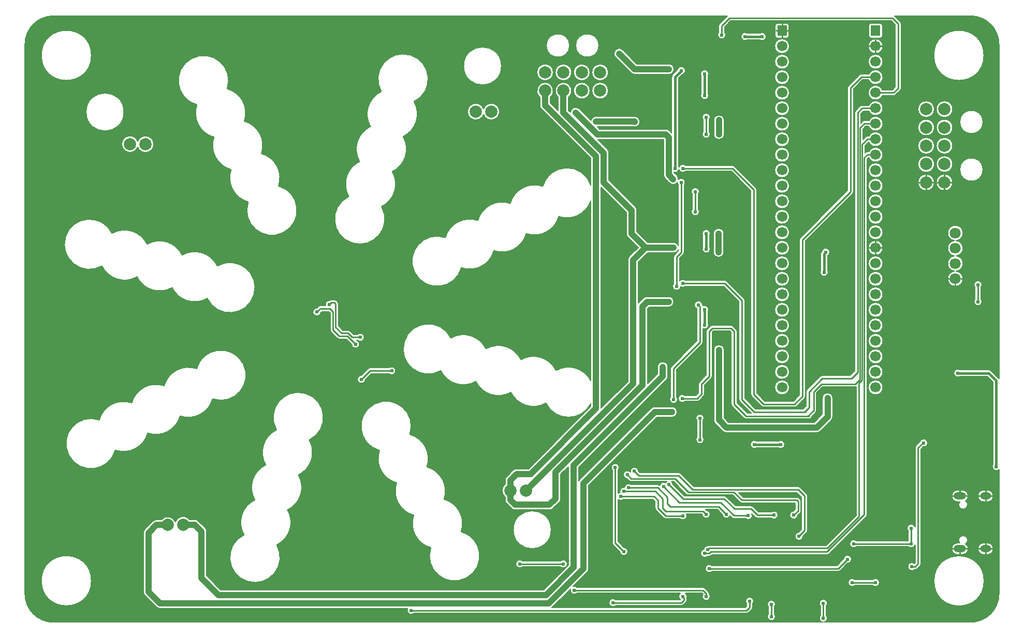
<source format=gbl>
G04 Layer: BottomLayer*
G04 EasyEDA Pro v2.2.32.3, 2024-11-29 12:29:59*
G04 Gerber Generator version 0.3*
G04 Scale: 100 percent, Rotated: No, Reflected: No*
G04 Dimensions in millimeters*
G04 Leading zeros omitted, absolute positions, 3 integers and 5 decimals*
%FSLAX35Y35*%
%MOMM*%
%ADD10C,0.2032*%
%ADD11C,0.254*%
%ADD12C,2.0*%
%ADD13C,1.7*%
%ADD14R,1.524X1.7*%
%ADD15C,1.8*%
%ADD16O,1.8X1.2*%
%ADD17O,2.0X1.2*%
%ADD18C,0.6153*%
%ADD19C,0.61*%
%ADD20C,1.0*%
%ADD21C,0.6096*%
%ADD22C,0.4*%
G75*


G04 Copper Start*
G36*
G01X500000Y9964186D02*
G01X11521177Y9964186D01*
G01X11395695Y9838705D01*
G03X11381486Y9804400I34305J-34305D01*
G01X11381486Y9697210D01*
G03X11430000Y9585686I48514J-45210D01*
G03X11478514Y9697210I0J66314D01*
G01X11478514Y9784305D01*
G01X11577095Y9882886D01*
G01X14203905Y9882886D01*
G01X14269647Y9817144D01*
G01X14269647Y8801056D01*
G01X14223443Y8754852D01*
G01X14057852Y8754852D01*
G03X13826393Y8706338I-110645J-48514D01*
G03X14057852Y8657824I120814J0D01*
G01X14243538Y8657824D01*
G03X14277843Y8672034I0J48514D01*
G01X14352465Y8746656D01*
G03X14366675Y8780961I-34305J34305D01*
G01X14366675Y9837239D01*
G03X14352465Y9871544I-48514J0D01*
G01X14259823Y9964186D01*
G01X15500000Y9964186D01*
G02X15964186Y9500000I0J-464186D01*
G01X15964186Y4024814D01*
G03X15959487Y4030154I-44166J-34126D01*
G01X15835374Y4154266D01*
G03X15795908Y4170614I-39466J-39466D01*
G01X15326610Y4170614D01*
G03X15224486Y4114800I-35810J-55814D01*
G03X15326610Y4058986I66314J0D01*
G01X15772789Y4058986D01*
G01X15864207Y3967569D01*
G01X15864207Y2618801D01*
G03X15876986Y2532537I55814J-35810D01*
G03X15964186Y2533524I43034J50454D01*
G01X15964186Y500000D01*
G02X15500000Y35814I-464186J0D01*
G01X13095951Y35814D01*
G03X13140383Y147212I-4082J66188D01*
G01X13140383Y299521D01*
G03X13091869Y411045I-48514J45210D01*
G03X13043355Y299521I0J-66314D01*
G01X13043355Y147212D01*
G03X13087788Y35814I48514J-45210D01*
G01X500000Y35814D01*
G02X35814Y500000I0J464186D01*
G01X35814Y9500000D01*
G02X500000Y9964186I464186J0D01*
G37*
%LPC*%
G36*
G01X1122707Y9318087D02*
G03X301879Y9318087I-410414J0D01*
G03X1122707Y9318087I410414J0D01*
G37*
G36*
G01X1122707Y714275D02*
G03X301879Y714275I-410414J0D01*
G03X1122707Y714275I410414J0D01*
G37*
G36*
G01X2033171Y6226832D02*
G03X1459959Y6404113I-369358J-178925D01*
G03X698511Y6346453I-369358J-178925D01*
G03X1294454Y5868981I392090J-121265D01*
G03X1867666Y5691699I369358J178925D01*
G03X2440877Y5514418I369358J178925D01*
G03X3016414Y5338477I369358J178925D01*
G03X3779025Y5393717I370521J176505D01*
G03X3180756Y5869848I-392090J121265D01*
G03X2606382Y6049550I-370521J-176505D01*
G03X2033171Y6226832I-369358J-178925D01*
G37*
G36*
G01X3103959Y3692853D02*
G03X3601612Y4272050I134656J387695D01*
G03X2842593Y4188278I-362997J-191502D01*
G03X2311914Y3908314I-134656J-387695D01*
G03X1781236Y3628350I-134656J-387695D01*
G03X1250557Y3348385I-134656J-387695D01*
G03X752904Y2769188I-134656J-387695D01*
G03X1511923Y2852960I362997J191502D01*
G03X2042602Y3132924I134656J387695D01*
G03X2573280Y3412889I134656J387695D01*
G03X3103959Y3692853I134656J387695D01*
G37*
G36*
G01X1654657Y8390461D02*
G03X1033830Y8390461I-310414J0D01*
G03X1654657Y8390461I310414J0D01*
G37*
G36*
G01X2142312Y7861888D02*
G03X1879916Y7912246I-135809J1153D01*
G03X1616703Y7866351I-127404J-47049D01*
G03X1879099Y7815992I135809J-1153D01*
G03X2142312Y7861888I127404J47049D01*
G37*
G36*
G01X8270255Y2549614D02*
G01X8077200Y2549614D01*
G03X8016520Y2524480I0J-85814D01*
G01X7912265Y2420224D01*
G03X7887131Y2359545I60680J-60680D01*
G01X7887131Y2296529D01*
G03X7887131Y2085993I85814J-105268D01*
G01X7887131Y2037311D01*
G03X7912265Y1976631I85814J0D01*
G01X7991120Y1897776D01*
G03X8051800Y1872641I60680J60680D01*
G01X8612200Y1872641D01*
G03X8672880Y1897776I0J85814D01*
G01X8772880Y1997776D01*
G03X8798014Y2058455I-60680J60680D01*
G01X8798014Y2457101D01*
G01X8922586Y2581673D01*
G01X8922586Y970192D01*
G01X8520808Y568414D01*
G01X3235945Y568414D01*
G01X3006814Y797545D01*
G01X3006814Y1524000D01*
G03X2981680Y1584679I-85814J0D01*
G01X2872750Y1693610D01*
G03X2812070Y1718744I-60680J-60679D01*
G01X2727532Y1718744D01*
G03X2494246Y1678279I-105267J-85815D01*
G03X2263057Y1713206I-125921J-50886D01*
G01X2186192Y1713206D01*
G03X2125513Y1688072I0J-85814D01*
G01X1996720Y1559280D01*
G03X1971586Y1498600I60680J-60680D01*
G01X1971586Y533400D01*
G03X1996720Y472721I85814J0D01*
G01X2183120Y286320D01*
G03X2243800Y261186I60680J60680D01*
G01X6292244Y261186D01*
G03X6308968Y176505I57756J-32586D01*
G03X6395210Y180086I41032J52095D01*
G01X11836400Y180086D01*
G03X11870705Y194295I0J48514D01*
G01X11921505Y245095D01*
G03X11935714Y279400I-34305J34305D01*
G01X11935714Y335790D01*
G03X11887200Y447314I-48514J45210D01*
G03X11838686Y335790I0J-66314D01*
G01X11838686Y299495D01*
G01X11816305Y277114D01*
G01X8651800Y277114D01*
G03X8662680Y286320I-49799J69886D01*
G01X8953182Y576823D01*
G03X9062210Y510286I63818J-18023D01*
G01X10755258Y510286D01*
G03X10752058Y406667I39742J-53086D01*
G01X10749505Y404114D01*
G01X9697210Y404114D01*
G03X9585686Y355600I-45210J-48514D01*
G03X9697210Y307086I66314J0D01*
G01X10769600Y307086D01*
G03X10803905Y321295I0J48514D01*
G01X10847265Y364656D01*
G03X10861475Y398961I-34305J34305D01*
G01X10861475Y439239D01*
G03X10860675Y448013I-48514J0D01*
G03X10834742Y510286I-65675J9187D01*
G01X11105105Y510286D01*
G01X11121058Y494333D01*
G03X11181161Y391087I54942J-37133D01*
G03X11224514Y502410I-5161J66113D01*
G01X11224514Y508000D01*
G03X11210305Y542305I-48514J0D01*
G01X11159505Y593105D01*
G03X11125200Y607314I-34305J-34305D01*
G01X9062210Y607314D01*
G03X8998977Y622618I-45210J-48514D01*
G01X9230080Y853720D01*
G03X9255214Y914400I-60680J60680D01*
G01X9255214Y2275853D01*
G01X10061727Y3082367D01*
G03X10075633Y3096273I-53327J67233D01*
G01X10373345Y3393986D01*
G01X10617200Y3393986D01*
G03X10617200Y3565614I0J85814D01*
G01X10337800Y3565614D01*
G03X10277120Y3540480I0J-85814D01*
G01X9108720Y2372078D01*
G03X9094214Y2352764I60680J-60680D01*
G01X9094214Y2572054D01*
G01X10525480Y4003320D01*
G03X10550614Y4064000I-60680J60680D01*
G01X10550614Y4216400D01*
G03X10378986Y4216400I-85814J0D01*
G01X10378986Y4099545D01*
G01X10220414Y3940973D01*
G01X10220414Y5172106D01*
G01X10245694Y5197386D01*
G01X10562928Y5197386D01*
G03X10562928Y5369014I0J85814D01*
G01X10210149Y5369014D01*
G03X10149469Y5343880I0J-85814D01*
G01X10073920Y5268331D01*
G03X10068014Y5261784I60680J-60680D01*
G01X10068014Y5933455D01*
G01X10219245Y6084686D01*
G01X10642600Y6084686D01*
G03X10721086Y6135801I0J85814D01*
G01X10721086Y6116095D01*
G01X10658444Y6053454D01*
G03X10644235Y6019149I34305J-34305D01*
G01X10644235Y5582410D01*
G03X10663767Y5477554I48514J-45210D01*
G03X10758274Y5526998I28982J59646D01*
G03X10835447Y5536587I31964J58102D01*
G01X11462953Y5536587D01*
G01X11711686Y5287854D01*
G01X11711686Y3683000D01*
G03X11725895Y3648695I48514J0D01*
G01X11915037Y3459553D01*
G01X11849056Y3459553D01*
G01X11681714Y3626895D01*
G01X11681714Y4800600D01*
G03X11667505Y4834905I-48514J0D01*
G01X11616705Y4885705D01*
G03X11582400Y4899914I-34305J-34305D01*
G01X11277600Y4899914D01*
G03X11243295Y4885705I0J-48514D01*
G01X11192495Y4834905D01*
G03X11178286Y4800600I34305J-34305D01*
G01X11178286Y4084095D01*
G01X11065495Y3971305D01*
G03X11051286Y3937000I34305J-34305D01*
G01X11051286Y3790239D01*
G01X11009592Y3748545D01*
G01X10830585Y3748545D01*
G03X10719061Y3700031I-45210J-48514D01*
G03X10830585Y3651517I66314J0D01*
G01X11029687Y3651517D01*
G03X11063992Y3665726I0J48514D01*
G01X11134105Y3735839D01*
G03X11148314Y3770144I-34305J34305D01*
G01X11148314Y3916905D01*
G01X11261105Y4029695D01*
G03X11275314Y4064000I-34305J34305D01*
G01X11275314Y4780505D01*
G01X11297695Y4802886D01*
G01X11562305Y4802886D01*
G01X11584686Y4780505D01*
G01X11584686Y3606800D01*
G03X11598895Y3572495I48514J0D01*
G01X11794656Y3376735D01*
G03X11828961Y3362525I34305J34305D01*
G01X12859839Y3362525D01*
G03X12908327Y3412627I0J48514D01*
G01X12966595Y3470895D01*
G03X12980805Y3505200I-34305J34305D01*
G01X12980805Y3789905D01*
G01X13079386Y3888486D01*
G01X13614400Y3888486D01*
G03X13626886Y3890120I0J48514D01*
G01X13626886Y1782895D01*
G01X13139444Y1295453D01*
G01X11226800Y1295453D01*
G03X11200725Y1287849I0J-48514D01*
G03X11135371Y1227680I675J-66311D01*
G03X11092118Y1131875I15229J-64542D01*
G03X11195810Y1114625I58482J31264D01*
G01X11225590Y1114625D01*
G03X11259895Y1128834I0J48514D01*
G01X11271085Y1140025D01*
G01X13151940Y1140025D01*
G03X13186245Y1154234I0J48514D01*
G01X13795845Y1763834D01*
G03X13810054Y1798139I-34305J34305D01*
G01X13810054Y3978696D01*
G03X13810314Y3983708I-48254J5012D01*
G01X13810314Y7620305D01*
G01X13835161Y7645152D01*
G03X14067915Y7685295I112045J45186D01*
G03X13839321Y7744714I-120709J5044D01*
G01X13817600Y7744714D01*
G03X13783295Y7730505I0J-48514D01*
G01X13774714Y7721923D01*
G01X13774714Y7838705D01*
G01X13835161Y7899152D01*
G03X14067915Y7939295I112045J45186D01*
G03X13839321Y7998714I-120709J5044D01*
G01X13817600Y7998714D01*
G03X13783295Y7984505I0J-48514D01*
G01X13739114Y7940323D01*
G01X13739114Y8110317D01*
G01X13784483Y8155686D01*
G01X13834172Y8155686D01*
G03X14067851Y8191936I113034J42652D01*
G03X13839321Y8252714I-120644J6402D01*
G01X13764388Y8252714D01*
G03X13730083Y8238505I0J-48514D01*
G01X13703514Y8211935D01*
G01X13703514Y8361905D01*
G01X13745433Y8403824D01*
G01X13836561Y8403824D01*
G03X14068020Y8452338I110645J48514D01*
G03X13836561Y8500852I-120814J0D01*
G01X13725338Y8500852D01*
G03X13691034Y8486643I0J-48514D01*
G01X13620696Y8416305D01*
G03X13606486Y8382000I34305J-34305D01*
G01X13606486Y4150095D01*
G01X13530805Y4074414D01*
G01X13071991Y4074414D01*
G03X13037686Y4060205I0J-48514D01*
G01X12821786Y3844305D01*
G03X12807577Y3810000I34305J-34305D01*
G01X12807577Y3576095D01*
G01X12759796Y3528314D01*
G01X11983495Y3528314D01*
G01X11808714Y3703095D01*
G01X11808714Y5307949D01*
G03X11794505Y5342254I-48514J0D01*
G01X11517353Y5619405D01*
G03X11483048Y5633615I-34305J-34305D01*
G01X10835447Y5633615D01*
G03X10741263Y5629812I-45210J-48514D01*
G01X10741263Y5999054D01*
G01X10803905Y6061695D01*
G03X10818114Y6096000I-34305J34305D01*
G01X10818114Y7193790D01*
G03X10831546Y7215330I-48514J45210D01*
G03X10722363Y7285543I-61946J23670D01*
G03X10697335Y7350480I-85708J4257D01*
G01X10652214Y7395600D01*
G01X10652214Y7403192D01*
G03X10731500Y7448487I15786J64408D01*
G03X10840210Y7419086I63500J19113D01*
G01X11587705Y7419086D01*
G01X11907447Y7099344D01*
G01X11907447Y3766639D01*
G03X11921656Y3732335I48514J0D01*
G01X12081495Y3572495D01*
G03X12115800Y3558286I34305J34305D01*
G01X12629217Y3558286D01*
G03X12674174Y3588565I0J48514D01*
G01X12785105Y3699495D01*
G03X12799314Y3733800I-34305J34305D01*
G01X12799314Y6279105D01*
G01X13572505Y7052295D01*
G03X13586714Y7086600I-34305J34305D01*
G01X13586714Y8768305D01*
G01X13736095Y8917686D01*
G01X13834172Y8917686D01*
G03X14067851Y8953936I113034J42652D01*
G03X13839321Y9014714I-120644J6402D01*
G01X13716000Y9014714D01*
G03X13681695Y9000505I0J-48514D01*
G01X13503895Y8822705D01*
G03X13489686Y8788400I34305J-34305D01*
G01X13489686Y7106695D01*
G01X12716495Y6333505D01*
G03X12702286Y6299200I34305J-34305D01*
G01X12702286Y3753895D01*
G01X12603705Y3655314D01*
G01X12135895Y3655314D01*
G01X12004475Y3786735D01*
G01X12004475Y7119439D01*
G03X11990265Y7153744I-48514J0D01*
G01X11642105Y7501905D01*
G03X11607800Y7516114I-34305J-34305D01*
G01X10840210Y7516114D01*
G03X10731500Y7486713I-45210J-48514D01*
G03X10723814Y7503410I-63500J-19113D01*
G01X10723814Y8943081D01*
G01X10783745Y9003012D01*
G03X10816491Y9114691I-14145J64788D01*
G03X10704812Y9081945I-46891J-46891D01*
G01X10628534Y9005666D01*
G03X10612186Y8966200I39466J-39466D01*
G01X10612186Y8051173D01*
G01X10576280Y8087080D01*
G03X10515600Y8112214I-60680J-60680D01*
G01X9433545Y8112214D01*
G01X9397929Y8147831D01*
G01X9981565Y8147831D01*
G03X10068280Y8290280I26035J81769D01*
G01X10064235Y8294324D01*
G03X10003555Y8319459I-60680J-60680D01*
G01X9376645Y8319459D01*
G03X9315965Y8294324I0J-85814D01*
G01X9313643Y8292003D01*
G03X9291603Y8254157I60680J-60680D01*
G01X9103080Y8442680D01*
G03X8956674Y8385885I-60680J-60680D01*
G01X8927427Y8415132D01*
G01X8927427Y8634745D01*
G03X8841613Y8875827I-85814J105268D01*
G03X8755799Y8634745I0J-135814D01*
G01X8755799Y8408960D01*
G01X8627453Y8537306D01*
G01X8627453Y8634745D01*
G03X8541639Y8875827I-85814J105268D01*
G03X8455825Y8634745I0J-135814D01*
G01X8455825Y8501761D01*
G03X8480959Y8441081I85814J0D01*
G01X9288677Y7633364D01*
G01X9288677Y7196214D01*
G03X8887883Y7477093I-389488J-129379D01*
G03X8503167Y7174565I11307J-410258D01*
G03X7972488Y6894601I-134656J-387695D01*
G03X7441809Y6614636I-134656J-387695D01*
G03X6911208Y6334957I-134656J-387695D01*
G03X6413139Y5756118I-134934J-387598D01*
G03X7172218Y5839343I363134J191241D01*
G03X7703175Y6119211I134934J387598D01*
G03X8233854Y6399176I134656J387695D01*
G03X8764533Y6679140I134656J387695D01*
G03X9288677Y6937456I134656J387695D01*
G01X9288677Y3991562D01*
G03X8720635Y4158544I-364189J-189225D01*
G03X8147424Y4335826I-369358J-178925D01*
G03X7574213Y4513107I-369358J-178925D01*
G03X7000119Y4689883I-369358J-178925D01*
G03X6238816Y4630341I-368915J-179837D01*
G03X6835940Y4154345I392389J-120295D01*
G03X7408708Y3977975I368915J179837D01*
G03X7981919Y3800693I369358J178925D01*
G03X8555130Y3623411I369358J178925D01*
G03X9288677Y3613111I369358J178925D01*
G01X9288677Y3568036D01*
G01X8270255Y2549614D01*
G37*
G36*
G01X3686635Y6917348D02*
G03X4265832Y6419695I387695J-134656D01*
G03X4182061Y7178714I-191502J362997D01*
G03X3902096Y7709393I-387695J134656D01*
G03X3622132Y8240072I-387695J134656D01*
G03X3342167Y8770750I-387695J134656D01*
G03X2762971Y9268404I-387695J134656D01*
G03X2846742Y8509384I191502J-362997D01*
G03X3126707Y7978706I387695J-134656D01*
G03X3406671Y7448027I387695J-134656D01*
G03X3686635Y6917348I387695J-134656D01*
G37*
G36*
G01X3794476Y2039388D02*
G03X3617194Y1466177I178925J-369358D01*
G03X3674854Y704729I178925J-369358D01*
G03X4152326Y1300672I121265J392090D01*
G03X4329608Y1873884I-178925J369358D01*
G03X4506890Y2447095I-178925J369358D01*
G03X4684183Y3020286I-178925J369358D01*
G03X4626599Y3781743I-178883J369378D01*
G03X4149081Y3185831I-121299J-392079D01*
G03X3971757Y2612600I178883J-369378D01*
G03X3794476Y2039388I178925J-369358D01*
G37*
G36*
G01X5026052Y4824662D02*
G03X5040261Y4790358I48514J0D01*
G01X5142262Y4688357D01*
G03X5176567Y4674147I34305J34305D01*
G01X5289074Y4674147D01*
G01X5375498Y4587723D01*
G03X5482524Y4537746I66273J2336D01*
G03X5460249Y4653747I-40754J52314D01*
G01X5473061Y4653747D01*
G03X5584585Y4702261I45210J48514D01*
G03X5473061Y4750775I-66314J0D01*
G01X5405765Y4750775D01*
G01X5353673Y4802866D01*
G03X5319369Y4817076I-34305J-34305D01*
G01X5232363Y4817076D01*
G01X5161441Y4887998D01*
G01X5161441Y5250408D01*
G03X5147231Y5284712I-48514J0D01*
G01X5129271Y5302673D01*
G03X5094966Y5316882I-34305J-34305D01*
G01X5043965Y5316882D01*
G03X5011088Y5304043I0J-48514D01*
G03X4949481Y5219981I2277J-66275D01*
G01X4865463Y5219981D01*
G03X4831158Y5205772I0J-48514D01*
G01X4807026Y5181639D01*
G03X4762471Y5068475I2336J-66273D01*
G03X4875635Y5113030I46891J46891D01*
G01X4885558Y5122953D01*
G01X5003470Y5122953D01*
G01X5026052Y5100371D01*
G01X5026052Y4824662D01*
G37*
G36*
G01X5330918Y7007219D02*
G03X5388579Y6245771I178925J-369358D01*
G03X5866051Y6841714I121265J392090D01*
G03X6043332Y7414925I-178925J369358D01*
G03X6220614Y7988137I-178925J369358D01*
G03X6397896Y8561348I-178925J369358D01*
G03X6340235Y9322796I-178925J369358D01*
G03X5862763Y8726853I-121265J-392090D01*
G03X5685482Y8153641I178925J-369358D01*
G03X5508200Y7580430I178925J-369358D01*
G03X5330918Y7007219I178925J-369358D01*
G37*
G36*
G01X5490309Y3966309D02*
G03X5603473Y4010864I46891J46891D01*
G01X5696995Y4104386D01*
G01X5987290Y4104386D01*
G03X6098814Y4152900I45210J48514D01*
G03X5987290Y4201414I-66314J0D01*
G01X5676900Y4201414D01*
G03X5642595Y4187205I0J-48514D01*
G01X5534864Y4079473D01*
G03X5490309Y3966309I2336J-66273D01*
G37*
G36*
G01X6392958Y1787453D02*
G03X6672922Y1256775I387695J-134656D01*
G03X7252119Y759122I387695J-134656D01*
G03X7168347Y1518141I-191502J362997D01*
G03X6888383Y2048820I-387695J134656D01*
G03X6608419Y2579498I-387695J134656D01*
G03X6328456Y3110177I-387695J134656D01*
G03X5749258Y3607828I-387695J134655D01*
G03X5833028Y2848810I191502J-362997D01*
G03X6112993Y2318132I387695J-134655D01*
G03X6392958Y1787453I387695J-134656D01*
G37*
G36*
G01X7828814Y9144000D02*
G03X7207986Y9144000I-310414J0D01*
G03X7828814Y9144000I310414J0D01*
G37*
G36*
G01X7797115Y8397386D02*
G03X7534161Y8444743I-135813J-399D01*
G03X7271490Y8395842I-126858J-48502D01*
G03X7534444Y8348486I135813J399D01*
G03X7797115Y8397386I126858J48502D01*
G37*
G36*
G01X8641614Y1549400D02*
G03X8020786Y1549400I-310414J0D01*
G03X8641614Y1549400I310414J0D01*
G37*
G36*
G01X8061686Y990600D02*
G03X8173210Y942086I66314J0D01*
G01X8793990Y942086D01*
G03X8905514Y990600I45210J48514D01*
G03X8793990Y1039114I-66314J0D01*
G01X8173210Y1039114D01*
G03X8061686Y990600I-45210J-48514D01*
G37*
G36*
G01X8677453Y9039987D02*
G03X8405825Y9039987I-135814J0D01*
G03X8677453Y9039987I135814J0D01*
G37*
G36*
G01X8942248Y9479661D02*
G03X8560638Y9479661I-190805J0D01*
G03X8942248Y9479661I190805J0D01*
G37*
G36*
G01X8977427Y9039987D02*
G03X8705799Y9039987I-135814J0D01*
G03X8977427Y9039987I135814J0D01*
G37*
G36*
G01X9277401Y9039987D02*
G03X9005773Y9039987I-135814J0D01*
G03X9277401Y9039987I135814J0D01*
G37*
G36*
G01X9277401Y8740013D02*
G03X9005773Y8740013I-135814J0D01*
G03X9277401Y8740013I135814J0D01*
G37*
G36*
G01X9422054Y9479661D02*
G03X9040444Y9479661I-190805J0D01*
G03X9422054Y9479661I190805J0D01*
G37*
G36*
G01X9577375Y9039987D02*
G03X9305747Y9039987I-135814J0D01*
G03X9577375Y9039987I135814J0D01*
G37*
G36*
G01X9577375Y8740013D02*
G03X9305747Y8740013I-135814J0D01*
G03X9577375Y8740013I135814J0D01*
G37*
G36*
G01X9639186Y1335900D02*
G03X9653396Y1301595I48514J0D01*
G01X9763527Y1191464D01*
G03X9876691Y1146909I66273J2336D01*
G03X9832136Y1260073I-46891J46891D01*
G01X9736214Y1355995D01*
G01X9736214Y2044406D01*
G03X9780621Y2028777I42786J50665D01*
G03X9824210Y2046557I-1621J66294D01*
G01X10305434Y2046557D01*
G01X10340086Y2011905D01*
G01X10340086Y1905000D01*
G03X10354295Y1870695I48514J0D01*
G01X10481295Y1743695D01*
G03X10515600Y1729486I34305J34305D01*
G01X10749790Y1729486D01*
G03X10833836Y1724247I45210J48514D01*
G03X10855258Y1805686I-38836J53753D01*
G01X11105105Y1805686D01*
G01X11109727Y1801064D01*
G03X11222891Y1756509I66273J2336D01*
G03X11178336Y1869673I-46891J46891D01*
G01X11166123Y1881886D01*
G01X11359105Y1881886D01*
G01X11439927Y1801064D01*
G03X11494063Y1738206I66273J2336D01*
G03X11567193Y1777372I12137J65194D01*
G01X11598946Y1745618D01*
G03X11633251Y1731409I34305J34305D01*
G01X11817543Y1731409D01*
G03X11921519Y1810650I45210J48514D01*
G01X11976351Y1755819D01*
G03X12010655Y1741609I34305J34305D01*
G01X12240849Y1741609D01*
G03X12352373Y1790123I45210J48514D01*
G03X12240849Y1838637I-66314J0D01*
G01X12030751Y1838637D01*
G01X11942959Y1926429D01*
G03X11908654Y1940638I-34305J-34305D01*
G01X11658446Y1940638D01*
G01X11509453Y2089631D01*
G03X11475149Y2103841I-34305J-34305D01*
G01X10822035Y2103841D01*
G01X10636160Y2289716D01*
G03X10611408Y2339086I-66273J-2336D01*
G01X10643373Y2339086D01*
G01X10849132Y2133325D01*
G03X10883437Y2119115I34305J34304D01*
G01X11608055Y2119115D01*
G01X11726548Y2000622D01*
G03X11760853Y1986413I34305J34305D01*
G01X12630251Y1986413D01*
G01X12630251Y1881620D01*
G01X12605027Y1856396D01*
G03X12560472Y1743232I2336J-66273D01*
G03X12673636Y1787787I46891J46891D01*
G01X12713069Y1827220D01*
G03X12727279Y1861525I-34305J34305D01*
G01X12727279Y2009527D01*
G03X12713069Y2043831I-48514J0D01*
G01X12687669Y2069231D01*
G03X12653365Y2083441I-34305J-34305D01*
G01X11780948Y2083441D01*
G01X11704574Y2159815D01*
G01X12658669Y2159815D01*
G01X12737351Y2081132D01*
G01X12737351Y1555215D01*
G01X12691728Y1509592D01*
G03X12647173Y1396428I2336J-66273D01*
G03X12760337Y1440982I46891J46891D01*
G01X12820170Y1500815D01*
G03X12834379Y1535120I-34305J34305D01*
G01X12834379Y2101227D01*
G03X12820170Y2135532I-48514J0D01*
G01X12713069Y2242633D01*
G03X12678764Y2256843I-34305J-34305D01*
G01X10975037Y2256843D01*
G01X10759175Y2472705D01*
G03X10724870Y2486914I-34305J-34305D01*
G01X10093896Y2486914D01*
G01X10068773Y2512037D01*
G03X9992272Y2575221I-66273J-2336D01*
G03X9938668Y2491727I10228J-65521D01*
G03X9827136Y2481642I-52567J-40426D01*
G03X9883765Y2385028I58966J-30341D01*
G01X9915497Y2353295D01*
G03X9949802Y2339086I34305J34305D01*
G01X10528366Y2339086D01*
G03X10511168Y2318196I41521J-51706D01*
G03X10416400Y2275801I-30532J-58867D01*
G03X10384871Y2287443I-31529J-36872D01*
G01X9949363Y2287443D01*
G03X9881693Y2298970I-43363J-50172D01*
G03X9840069Y2244385I24307J-61699D01*
G03X9766188Y2160136I-10269J-65514D01*
G03X9736214Y2145736I12812J-65065D01*
G01X9736214Y2522891D01*
G03X9687700Y2634415I-48514J45210D01*
G03X9639186Y2522891I0J-66314D01*
G01X9639186Y1335900D01*
G37*
G36*
G01X10566400Y9007386D02*
G03X10566400Y9179014I0J85814D01*
G01X10043145Y9179014D01*
G01X9814280Y9407880D01*
G03X9692920Y9286520I-60680J-60680D01*
G01X9946920Y9032520D01*
G03X10007600Y9007386I60680J60680D01*
G01X10566400Y9007386D01*
G37*
G36*
G01X11025886Y4642895D02*
G01X10608295Y4225305D01*
G03X10594086Y4191000I34305J-34305D01*
G01X10594086Y3728210D01*
G03X10642600Y3616686I48514J-45210D01*
G03X10691114Y3728210I0J66314D01*
G01X10691114Y4170905D01*
G01X11108705Y4588495D01*
G03X11122914Y4622800I-34305J34305D01*
G01X11122914Y4841647D01*
G03X11200233Y4858968I27035J60553D01*
G03X11205763Y4938010I-50284J43232D01*
G01X11205763Y5120390D01*
G03X11199863Y5199859I-55814J35810D01*
G03X11121886Y5216283I-49914J-43659D01*
G03X11114655Y5233425I-47486J-9934D01*
G03X11009800Y5286358I-66306J-1025D01*
G03X11025886Y5170006I38549J-53958D01*
G01X11025886Y4642895D01*
G37*
G36*
G01X10998200Y6690086D02*
G03X11046714Y6801610I0J66314D01*
G01X11046714Y7041390D01*
G03X10998200Y7152914I-48514J45210D01*
G03X10949686Y7041390I0J-66314D01*
G01X10949686Y6801610D01*
G03X10998200Y6690086I48514J-45210D01*
G37*
G36*
G01X11074400Y2956286D02*
G03X11122914Y3067810I0J66314D01*
G01X11122914Y3332990D01*
G03X11074400Y3444514I-48514J45210D01*
G03X11025886Y3332990I0J-66314D01*
G01X11025886Y3067810D01*
G03X11074400Y2956286I48514J-45210D01*
G37*
G36*
G01X11150600Y8595086D02*
G03X11206414Y8697210I0J66314D01*
G01X11206414Y8981190D01*
G03X11150600Y9083314I-55814J35810D01*
G03X11094786Y8981190I0J-66314D01*
G01X11094786Y8697210D01*
G03X11150600Y8595086I55814J-35810D01*
G37*
G36*
G01X11176000Y6080486D02*
G03X11231814Y6182610I0J66314D01*
G01X11231814Y6364990D01*
G03X11176000Y6467114I-55814J35810D01*
G03X11120186Y6364990I0J-66314D01*
G01X11120186Y6182610D01*
G03X11176000Y6080486I55814J-35810D01*
G37*
G36*
G01X11176000Y7960086D02*
G03X11224514Y8071610I0J66314D01*
G01X11224514Y8260590D01*
G03X11176000Y8372114I-48514J45210D01*
G03X11127486Y8260590I0J-66314D01*
G01X11127486Y8071610D01*
G03X11176000Y7960086I48514J-45210D01*
G37*
G36*
G01X11160486Y914400D02*
G03X11272010Y865886I66314J0D01*
G01X13335000Y865886D01*
G03X13369305Y880095I0J48514D01*
G01X13489736Y1000527D01*
G03X13534291Y1113691I-2336J66273D01*
G03X13421127Y1069136I-46891J-46891D01*
G01X13314905Y962914D01*
G01X11272010Y962914D01*
G03X11160486Y914400I-45210J-48514D01*
G37*
G36*
G01X11293386Y6400800D02*
G01X11293386Y6096000D01*
G03X11465014Y6096000I85814J0D01*
G01X11465014Y6400800D01*
G03X11293386Y6400800I-85814J0D01*
G37*
G36*
G01X12983091Y3139986D02*
G03X13043771Y3165120I0J85814D01*
G01X13221571Y3342920D01*
G03X13246705Y3403600I-60680J60680D01*
G01X13246705Y3708400D01*
G03X13075077Y3708400I-85814J0D01*
G01X13075077Y3439145D01*
G01X12947546Y3311614D01*
G01X11541745Y3311614D01*
G01X11471212Y3382148D01*
G01X11471212Y4241800D01*
G03X11470561Y4252350I-85814J0D01*
G01X11470561Y4495800D01*
G03X11298933Y4495800I-85814J0D01*
G01X11298933Y4242451D01*
G03X11299584Y4231901I85814J0D01*
G01X11299584Y3346602D01*
G03X11324718Y3285923I85814J0D01*
G01X11445520Y3165120D01*
G03X11506200Y3139986I60680J60680D01*
G01X12983091Y3139986D01*
G37*
G36*
G01X11471212Y8026400D02*
G01X11471212Y8256700D01*
G03X11299584Y8256700I-85814J0D01*
G01X11299584Y8026400D01*
G03X11471212Y8026400I85814J0D01*
G37*
G36*
G01X11846810Y9682414D02*
G03X11744686Y9626600I-35810J-55814D01*
G03X11846810Y9570786I66314J0D01*
G01X12054590Y9570786D01*
G03X12156714Y9626600I35810J55814D01*
G03X12054590Y9682414I-66314J0D01*
G01X11846810Y9682414D01*
G37*
G36*
G01X11897086Y2946400D02*
G03X11999210Y2890586I66314J0D01*
G01X12359390Y2890586D01*
G03X12461514Y2946400I35810J55814D01*
G03X12359390Y3002214I-66314J0D01*
G01X11999210Y3002214D01*
G03X11897086Y2946400I-35810J-55814D01*
G37*
G36*
G01X12291314Y284990D02*
G03X12242800Y396514I-48514J45210D01*
G03X12194286Y284990I0J-66314D01*
G01X12194286Y172210D01*
G03X12242800Y60686I48514J-45210D01*
G03X12291314Y172210I0J66314D01*
G01X12291314Y284990D01*
G37*
G36*
G01X12416691Y9081152D02*
G03X12416691Y8839524I0J-120814D01*
G03X12416691Y9081152I0J120814D01*
G37*
G36*
G01X12416691Y9335152D02*
G03X12416691Y9093524I0J-120814D01*
G03X12416691Y9335152I0J120814D01*
G37*
G36*
G01X12416691Y9589152D02*
G03X12416691Y9347524I0J-120814D01*
G03X12416691Y9589152I0J120814D01*
G37*
G36*
G01X12416691Y8827152D02*
G03X12416691Y8585524I0J-120814D01*
G03X12416691Y8827152I0J120814D01*
G37*
G36*
G01X12416691Y6541152D02*
G03X12416691Y6299524I0J-120814D01*
G03X12416691Y6541152I0J120814D01*
G37*
G36*
G01X12416691Y6795152D02*
G03X12416691Y6553524I0J-120814D01*
G03X12416691Y6795152I0J120814D01*
G37*
G36*
G01X12416691Y7811152D02*
G03X12416691Y7569524I0J-120814D01*
G03X12416691Y7811152I0J120814D01*
G37*
G36*
G01X12416691Y8319152D02*
G03X12416691Y8077524I0J-120814D01*
G03X12416691Y8319152I0J120814D01*
G37*
G36*
G01X12416691Y8573152D02*
G03X12416691Y8331524I0J-120814D01*
G03X12416691Y8573152I0J120814D01*
G37*
G36*
G01X12416691Y8065152D02*
G03X12416691Y7823524I0J-120814D01*
G03X12416691Y8065152I0J120814D01*
G37*
G36*
G01X12416691Y7557152D02*
G03X12416691Y7315524I0J-120814D01*
G03X12416691Y7557152I0J120814D01*
G37*
G36*
G01X12416691Y7049152D02*
G03X12416691Y6807524I0J-120814D01*
G03X12416691Y7049152I0J120814D01*
G37*
G36*
G01X12416691Y7303152D02*
G03X12416691Y7061524I0J-120814D01*
G03X12416691Y7303152I0J120814D01*
G37*
G36*
G01X12416691Y5779152D02*
G03X12416691Y5537524I0J-120814D01*
G03X12416691Y5779152I0J120814D01*
G37*
G36*
G01X12416691Y6033152D02*
G03X12416691Y5791524I0J-120814D01*
G03X12416691Y6033152I0J120814D01*
G37*
G36*
G01X12416691Y6287152D02*
G03X12416691Y6045524I0J-120814D01*
G03X12416691Y6287152I0J120814D01*
G37*
G36*
G01X12416691Y5271152D02*
G03X12416691Y5029524I0J-120814D01*
G03X12416691Y5271152I0J120814D01*
G37*
G36*
G01X12416691Y5525152D02*
G03X12416691Y5283524I0J-120814D01*
G03X12416691Y5525152I0J120814D01*
G37*
G36*
G01X12416691Y5017152D02*
G03X12416691Y4775524I0J-120814D01*
G03X12416691Y5017152I0J120814D01*
G37*
G36*
G01X12416691Y4509152D02*
G03X12416691Y4267524I0J-120814D01*
G03X12416691Y4509152I0J120814D01*
G37*
G36*
G01X12416691Y4763152D02*
G03X12416691Y4521524I0J-120814D01*
G03X12416691Y4763152I0J120814D01*
G37*
G36*
G01X12416691Y4001152D02*
G03X12416691Y3759524I0J-120814D01*
G03X12416691Y4001152I0J120814D01*
G37*
G36*
G01X12416691Y4255152D02*
G03X12416691Y4013524I0J-120814D01*
G03X12416691Y4255152I0J120814D01*
G37*
G36*
G01X12304677Y9637338D02*
G03X12340491Y9601524I35814J0D01*
G01X12492891Y9601524D01*
G03X12528705Y9637338I0J35814D01*
G01X12528705Y9807338D01*
G03X12492891Y9843152I-35814J0D01*
G01X12340491Y9843152D01*
G03X12304677Y9807338I0J-35814D01*
G01X12304677Y9637338D01*
G37*
G36*
G01X13066283Y6109415D02*
G03X13049935Y6069949I39466J-39466D01*
G01X13049935Y5801610D01*
G03X13105749Y5699486I55814J-35810D01*
G03X13161563Y5801610I0J66314D01*
G01X13161563Y6036740D01*
G03X13172466Y6148381I-29763J59260D01*
G03X13067012Y6110145I-40666J-52381D01*
G01X13066283Y6109415D01*
G37*
G36*
G01X14010914Y685800D02*
G03X13899390Y734314I-66314J0D01*
G01X13608810Y734314D01*
G03X13497286Y685800I-45210J-48514D01*
G03X13608810Y637286I66314J0D01*
G01X13899390Y637286D01*
G03X14010914Y685800I45210J48514D01*
G37*
G36*
G01X14592186Y1594286D02*
G03X14495608Y1632210I-63386J-19486D01*
G03X14480286Y1529590I33192J-57410D01*
G01X14480286Y1369314D01*
G01X13634210Y1369314D01*
G03X13522686Y1320800I-45210J-48514D01*
G03X13634210Y1272286I66314J0D01*
G01X14483590Y1272286D01*
G03X14545925Y1256735I45210J48514D01*
G03X14592186Y1301314I-17125J64065D01*
G01X14592186Y1011943D01*
G01X14579041Y998798D01*
G03X14472876Y942421I-39941J-52937D01*
G03X14584310Y897347I66225J3440D01*
G01X14594714Y897347D01*
G03X14629018Y911556I0J48514D01*
G01X14675005Y957543D01*
G03X14689214Y991848I-34305J34304D01*
G01X14689214Y2870951D01*
G01X14724209Y2905945D01*
G03X14786093Y3010160I7791J65855D01*
G03X14667275Y2986229I-54093J-38360D01*
G01X14606396Y2925350D01*
G03X14592186Y2891046I34305J-34305D01*
G01X14592186Y1594286D01*
G37*
G36*
G01X13947207Y9335152D02*
G03X13947207Y9093524I0J-120814D01*
G03X13947207Y9335152I0J120814D01*
G37*
G36*
G01X13947207Y9589152D02*
G03X13947207Y9347524I0J-120814D01*
G03X13947207Y9589152I0J120814D01*
G37*
G36*
G01X13947207Y6795152D02*
G03X13947207Y6553524I0J-120814D01*
G03X13947207Y6795152I0J120814D01*
G37*
G36*
G01X13947207Y6541152D02*
G03X13947207Y6299524I0J-120814D01*
G03X13947207Y6541152I0J120814D01*
G37*
G36*
G01X13947207Y7557152D02*
G03X13947207Y7315524I0J-120814D01*
G03X13947207Y7557152I0J120814D01*
G37*
G36*
G01X13947207Y7049152D02*
G03X13947207Y6807524I0J-120814D01*
G03X13947207Y7049152I0J120814D01*
G37*
G36*
G01X13947207Y7303152D02*
G03X13947207Y7061524I0J-120814D01*
G03X13947207Y7303152I0J120814D01*
G37*
G36*
G01X13947207Y6287152D02*
G03X13947207Y6045524I0J-120814D01*
G03X13947207Y6287152I0J120814D01*
G37*
G36*
G01X13947207Y6033152D02*
G03X13947207Y5791524I0J-120814D01*
G03X13947207Y6033152I0J120814D01*
G37*
G36*
G01X13947207Y5779152D02*
G03X13947207Y5537524I0J-120814D01*
G03X13947207Y5779152I0J120814D01*
G37*
G36*
G01X13947207Y5271152D02*
G03X13947207Y5029524I0J-120814D01*
G03X13947207Y5271152I0J120814D01*
G37*
G36*
G01X13947207Y5525152D02*
G03X13947207Y5283524I0J-120814D01*
G03X13947207Y5525152I0J120814D01*
G37*
G36*
G01X13947207Y4509152D02*
G03X13947207Y4267524I0J-120814D01*
G03X13947207Y4509152I0J120814D01*
G37*
G36*
G01X13947207Y4763152D02*
G03X13947207Y4521524I0J-120814D01*
G03X13947207Y4763152I0J120814D01*
G37*
G36*
G01X13947207Y5017152D02*
G03X13947207Y4775524I0J-120814D01*
G03X13947207Y5017152I0J120814D01*
G37*
G36*
G01X13947207Y4255152D02*
G03X13947207Y4013524I0J-120814D01*
G03X13947207Y4255152I0J120814D01*
G37*
G36*
G01X13947207Y4001152D02*
G03X13947207Y3759524I0J-120814D01*
G03X13947207Y4001152I0J120814D01*
G37*
G36*
G01X13835193Y9637338D02*
G03X13871007Y9601524I35814J0D01*
G01X14023407Y9601524D01*
G03X14059221Y9637338I0J35814D01*
G01X14059221Y9807338D01*
G03X14023407Y9843152I-35814J0D01*
G01X13871007Y9843152D01*
G03X13835193Y9807338I0J-35814D01*
G01X13835193Y9637338D01*
G37*
G36*
G01X14773883Y7401601D02*
G03X14773883Y7673229I0J135814D01*
G03X14773883Y7401601I0J-135814D01*
G37*
G36*
G01X14773883Y7701575D02*
G03X14773883Y7973203I0J135814D01*
G03X14773883Y7701575I0J-135814D01*
G37*
G36*
G01X14773883Y8301523D02*
G03X14773883Y8573151I0J135814D01*
G03X14773883Y8301523I0J-135814D01*
G37*
G36*
G01X14773883Y8001549D02*
G03X14773883Y8273177I0J135814D01*
G03X14773883Y8001549I0J-135814D01*
G37*
G36*
G01X14773883Y7101373D02*
G03X14773883Y7373001I0J135814D01*
G03X14773883Y7101373I0J-135814D01*
G37*
G36*
G01X15719096Y9318087D02*
G03X14898268Y9318087I-410414J0D01*
G03X15719096Y9318087I410414J0D01*
G37*
G36*
G01X15721414Y711702D02*
G03X14900586Y711702I-410414J0D01*
G03X15721414Y711702I410414J0D01*
G37*
G36*
G01X15073857Y7401601D02*
G03X15073857Y7673229I0J135814D01*
G03X15073857Y7401601I0J-135814D01*
G37*
G36*
G01X15073857Y7701575D02*
G03X15073857Y7973203I0J135814D01*
G03X15073857Y7701575I0J-135814D01*
G37*
G36*
G01X15073857Y8001549D02*
G03X15073857Y8273177I0J135814D01*
G03X15073857Y8001549I0J-135814D01*
G37*
G36*
G01X15073857Y8301523D02*
G03X15073857Y8573151I0J135814D01*
G03X15073857Y8301523I0J-135814D01*
G37*
G36*
G01X15073857Y7101627D02*
G03X15073857Y7373255I0J135814D01*
G03X15073857Y7101627I0J-135814D01*
G37*
G36*
G01X15236243Y6034630D02*
G03X15236243Y5784694I14564J-124968D01*
G03X15250807Y5533912I14564J-124968D01*
G03X15265372Y5784694I0J125814D01*
G03X15265372Y6034630I-14564J124968D01*
G03X15264237Y6284693I-14564J124968D01*
G03X15250807Y6535601I-13430J125095D01*
G03X15237378Y6284693I0J-125814D01*
G03X15236243Y6034630I13430J-125095D01*
G37*
G36*
G01X15288058Y1333741D02*
G03X15288058Y1142113I0J-95814D01*
G01X15368057Y1142113D01*
G03X15418578Y1319339I0J95814D01*
G03X15388835Y1452967I-40508J61107D01*
G03X15321558Y1333741I-10765J-72520D01*
G01X15288058Y1333741D01*
G37*
G36*
G01X15368057Y2198763D02*
G01X15288058Y2198763D01*
G03X15288058Y2007136I0J-95814D01*
G01X15321558Y2007136D01*
G03X15388835Y1887910I56512J-46706D01*
G03X15418578Y2021537I-10765J72520D01*
G03X15368057Y2198763I-50521J81412D01*
G37*
G36*
G01X15704590Y8227279D02*
G03X15322980Y8227279I-190805J0D01*
G03X15704590Y8227279I190805J0D01*
G37*
G36*
G01X15704590Y7447499D02*
G03X15322980Y7447499I-190805J0D01*
G03X15704590Y7447499I190805J0D01*
G37*
G36*
G01X15621000Y5216886D02*
G03X15669514Y5328410I0J66314D01*
G01X15669514Y5517390D01*
G03X15621000Y5628914I-48514J45210D01*
G03X15572486Y5517390I0J-66314D01*
G01X15572486Y5328410D01*
G03X15621000Y5216886I48514J-45210D01*
G37*
G36*
G01X15716048Y1142113D02*
G01X15776047Y1142113D01*
G03X15776047Y1333741I0J95814D01*
G01X15716048Y1333741D01*
G03X15716048Y1142113I0J-95814D01*
G37*
G36*
G01X15716048Y2007136D02*
G01X15776047Y2007136D01*
G03X15776047Y2198763I0J95814D01*
G01X15716048Y2198763D01*
G03X15716048Y2007136I0J-95814D01*
G37*
%LPD*%
G36*
G01X9401973Y7940586D02*
G01X10480055Y7940586D01*
G01X10480586Y7940055D01*
G01X10480586Y7360055D01*
G03X10505720Y7299375I85814J0D01*
G01X10575975Y7229120D01*
G03X10703362Y7235817I60680J60680D01*
G03X10721086Y7193790I66238J3183D01*
G01X10721086Y6205199D01*
G03X10642600Y6256314I-78486J-34699D01*
G01X10219245Y6256314D01*
G01X10042614Y6432945D01*
G01X10042614Y6781800D01*
G03X10017480Y6842480I-85814J0D01*
G01X9585414Y7274545D01*
G01X9585414Y7721600D01*
G03X9560280Y7782280I-85814J0D01*
G01X9401973Y7940586D01*
G37*
G36*
G01X9460305Y7156936D02*
G01X9870986Y6746255D01*
G01X9870986Y6397400D01*
G03X9896120Y6336720I85814J0D01*
G01X10062341Y6170500D01*
G01X9921520Y6029680D01*
G03X9896386Y5969000I60680J-60680D01*
G01X9896386Y3980452D01*
G01X9460305Y3544371D01*
G01X9460305Y7156936D01*
G37*
G54D10*
G01X500000Y9964186D02*
G01X11521177Y9964186D01*
G01X11395695Y9838705D01*
G03X11381486Y9804400I34305J-34305D01*
G01X11381486Y9697210D01*
G03X11430000Y9585686I48514J-45210D01*
G03X11478514Y9697210I0J66314D01*
G01X11478514Y9784305D01*
G01X11577095Y9882886D01*
G01X14203905Y9882886D01*
G01X14269647Y9817144D01*
G01X14269647Y8801056D01*
G01X14223443Y8754852D01*
G01X14057852Y8754852D01*
G03X13826393Y8706338I-110645J-48514D01*
G03X14057852Y8657824I120814J0D01*
G01X14243538Y8657824D01*
G03X14277843Y8672034I0J48514D01*
G01X14352465Y8746656D01*
G03X14366675Y8780961I-34305J34305D01*
G01X14366675Y9837239D01*
G03X14352465Y9871544I-48514J0D01*
G01X14259823Y9964186D01*
G01X15500000Y9964186D01*
G02X15964186Y9500000I0J-464186D01*
G01X15964186Y4024814D01*
G03X15959487Y4030154I-44166J-34126D01*
G01X15835374Y4154266D01*
G03X15795908Y4170614I-39466J-39466D01*
G01X15326610Y4170614D01*
G03X15224486Y4114800I-35810J-55814D01*
G03X15326610Y4058986I66314J0D01*
G01X15772789Y4058986D01*
G01X15864207Y3967569D01*
G01X15864207Y2618801D01*
G03X15876986Y2532537I55814J-35810D01*
G03X15964186Y2533524I43034J50454D01*
G01X15964186Y500000D01*
G02X15500000Y35814I-464186J0D01*
G01X13095951Y35814D01*
G03X13140383Y147212I-4082J66188D01*
G01X13140383Y299521D01*
G03X13091869Y411045I-48514J45210D01*
G03X13043355Y299521I0J-66314D01*
G01X13043355Y147212D01*
G03X13087788Y35814I48514J-45210D01*
G01X500000Y35814D01*
G02X35814Y500000I0J464186D01*
G01X35814Y9500000D01*
G02X500000Y9964186I464186J0D01*
G01X1122707Y9318087D02*
G03X301879Y9318087I-410414J0D01*
G03X1122707Y9318087I410414J0D01*
G01X1122707Y714275D02*
G03X301879Y714275I-410414J0D01*
G03X1122707Y714275I410414J0D01*
G01X2033171Y6226832D02*
G03X1459959Y6404113I-369358J-178925D01*
G03X698511Y6346453I-369358J-178925D01*
G03X1294454Y5868981I392090J-121265D01*
G03X1867666Y5691699I369358J178925D01*
G03X2440877Y5514418I369358J178925D01*
G03X3016414Y5338477I369358J178925D01*
G03X3779025Y5393717I370521J176505D01*
G03X3180756Y5869848I-392090J121265D01*
G03X2606382Y6049550I-370521J-176505D01*
G03X2033171Y6226832I-369358J-178925D01*
G01X3103959Y3692853D02*
G03X3601612Y4272050I134656J387695D01*
G03X2842593Y4188278I-362997J-191502D01*
G03X2311914Y3908314I-134656J-387695D01*
G03X1781236Y3628350I-134656J-387695D01*
G03X1250557Y3348385I-134656J-387695D01*
G03X752904Y2769188I-134656J-387695D01*
G03X1511923Y2852960I362997J191502D01*
G03X2042602Y3132924I134656J387695D01*
G03X2573280Y3412889I134656J387695D01*
G03X3103959Y3692853I134656J387695D01*
G01X1654657Y8390461D02*
G03X1033830Y8390461I-310414J0D01*
G03X1654657Y8390461I310414J0D01*
G01X2142312Y7861888D02*
G03X1879916Y7912246I-135809J1153D01*
G03X1616703Y7866351I-127404J-47049D01*
G03X1879099Y7815992I135809J-1153D01*
G03X2142312Y7861888I127404J47049D01*
G01X8270255Y2549614D02*
G01X8077200Y2549614D01*
G03X8016520Y2524480I0J-85814D01*
G01X7912265Y2420224D01*
G03X7887131Y2359545I60680J-60680D01*
G01X7887131Y2296529D01*
G03X7887131Y2085993I85814J-105268D01*
G01X7887131Y2037311D01*
G03X7912265Y1976631I85814J0D01*
G01X7991120Y1897776D01*
G03X8051800Y1872641I60680J60680D01*
G01X8612200Y1872641D01*
G03X8672880Y1897776I0J85814D01*
G01X8772880Y1997776D01*
G03X8798014Y2058455I-60680J60680D01*
G01X8798014Y2457101D01*
G01X8922586Y2581673D01*
G01X8922586Y970192D01*
G01X8520808Y568414D01*
G01X3235945Y568414D01*
G01X3006814Y797545D01*
G01X3006814Y1524000D01*
G03X2981680Y1584679I-85814J0D01*
G01X2872750Y1693610D01*
G03X2812070Y1718744I-60680J-60679D01*
G01X2727532Y1718744D01*
G03X2494246Y1678279I-105267J-85815D01*
G03X2263057Y1713206I-125921J-50886D01*
G01X2186192Y1713206D01*
G03X2125513Y1688072I0J-85814D01*
G01X1996720Y1559280D01*
G03X1971586Y1498600I60680J-60680D01*
G01X1971586Y533400D01*
G03X1996720Y472721I85814J0D01*
G01X2183120Y286320D01*
G03X2243800Y261186I60680J60680D01*
G01X6292244Y261186D01*
G03X6308968Y176505I57756J-32586D01*
G03X6395210Y180086I41032J52095D01*
G01X11836400Y180086D01*
G03X11870705Y194295I0J48514D01*
G01X11921505Y245095D01*
G03X11935714Y279400I-34305J34305D01*
G01X11935714Y335790D01*
G03X11887200Y447314I-48514J45210D01*
G03X11838686Y335790I0J-66314D01*
G01X11838686Y299495D01*
G01X11816305Y277114D01*
G01X8651800Y277114D01*
G03X8662680Y286320I-49799J69886D01*
G01X8953182Y576823D01*
G03X9062210Y510286I63818J-18023D01*
G01X10755258Y510286D01*
G03X10752058Y406667I39742J-53086D01*
G01X10749505Y404114D01*
G01X9697210Y404114D01*
G03X9585686Y355600I-45210J-48514D01*
G03X9697210Y307086I66314J0D01*
G01X10769600Y307086D01*
G03X10803905Y321295I0J48514D01*
G01X10847265Y364656D01*
G03X10861475Y398961I-34305J34305D01*
G01X10861475Y439239D01*
G03X10860675Y448013I-48514J0D01*
G03X10834742Y510286I-65675J9187D01*
G01X11105105Y510286D01*
G01X11121058Y494333D01*
G03X11181161Y391087I54942J-37133D01*
G03X11224514Y502410I-5161J66113D01*
G01X11224514Y508000D01*
G03X11210305Y542305I-48514J0D01*
G01X11159505Y593105D01*
G03X11125200Y607314I-34305J-34305D01*
G01X9062210Y607314D01*
G03X8998977Y622618I-45210J-48514D01*
G01X9230080Y853720D01*
G03X9255214Y914400I-60680J60680D01*
G01X9255214Y2275853D01*
G01X10061727Y3082367D01*
G03X10075633Y3096273I-53327J67233D01*
G01X10373345Y3393986D01*
G01X10617200Y3393986D01*
G03X10617200Y3565614I0J85814D01*
G01X10337800Y3565614D01*
G03X10277120Y3540480I0J-85814D01*
G01X9108720Y2372078D01*
G03X9094214Y2352764I60680J-60680D01*
G01X9094214Y2572054D01*
G01X10525480Y4003320D01*
G03X10550614Y4064000I-60680J60680D01*
G01X10550614Y4216400D01*
G03X10378986Y4216400I-85814J0D01*
G01X10378986Y4099545D01*
G01X10220414Y3940973D01*
G01X10220414Y5172106D01*
G01X10245694Y5197386D01*
G01X10562928Y5197386D01*
G03X10562928Y5369014I0J85814D01*
G01X10210149Y5369014D01*
G03X10149469Y5343880I0J-85814D01*
G01X10073920Y5268331D01*
G03X10068014Y5261784I60680J-60680D01*
G01X10068014Y5933455D01*
G01X10219245Y6084686D01*
G01X10642600Y6084686D01*
G03X10721086Y6135801I0J85814D01*
G01X10721086Y6116095D01*
G01X10658444Y6053454D01*
G03X10644235Y6019149I34305J-34305D01*
G01X10644235Y5582410D01*
G03X10663767Y5477554I48514J-45210D01*
G03X10758274Y5526998I28982J59646D01*
G03X10835447Y5536587I31964J58102D01*
G01X11462953Y5536587D01*
G01X11711686Y5287854D01*
G01X11711686Y3683000D01*
G03X11725895Y3648695I48514J0D01*
G01X11915037Y3459553D01*
G01X11849056Y3459553D01*
G01X11681714Y3626895D01*
G01X11681714Y4800600D01*
G03X11667505Y4834905I-48514J0D01*
G01X11616705Y4885705D01*
G03X11582400Y4899914I-34305J-34305D01*
G01X11277600Y4899914D01*
G03X11243295Y4885705I0J-48514D01*
G01X11192495Y4834905D01*
G03X11178286Y4800600I34305J-34305D01*
G01X11178286Y4084095D01*
G01X11065495Y3971305D01*
G03X11051286Y3937000I34305J-34305D01*
G01X11051286Y3790239D01*
G01X11009592Y3748545D01*
G01X10830585Y3748545D01*
G03X10719061Y3700031I-45210J-48514D01*
G03X10830585Y3651517I66314J0D01*
G01X11029687Y3651517D01*
G03X11063992Y3665726I0J48514D01*
G01X11134105Y3735839D01*
G03X11148314Y3770144I-34305J34305D01*
G01X11148314Y3916905D01*
G01X11261105Y4029695D01*
G03X11275314Y4064000I-34305J34305D01*
G01X11275314Y4780505D01*
G01X11297695Y4802886D01*
G01X11562305Y4802886D01*
G01X11584686Y4780505D01*
G01X11584686Y3606800D01*
G03X11598895Y3572495I48514J0D01*
G01X11794656Y3376735D01*
G03X11828961Y3362525I34305J34305D01*
G01X12859839Y3362525D01*
G03X12908327Y3412627I0J48514D01*
G01X12966595Y3470895D01*
G03X12980805Y3505200I-34305J34305D01*
G01X12980805Y3789905D01*
G01X13079386Y3888486D01*
G01X13614400Y3888486D01*
G03X13626886Y3890120I0J48514D01*
G01X13626886Y1782895D01*
G01X13139444Y1295453D01*
G01X11226800Y1295453D01*
G03X11200725Y1287849I0J-48514D01*
G03X11135371Y1227680I675J-66311D01*
G03X11092118Y1131875I15229J-64542D01*
G03X11195810Y1114625I58482J31264D01*
G01X11225590Y1114625D01*
G03X11259895Y1128834I0J48514D01*
G01X11271085Y1140025D01*
G01X13151940Y1140025D01*
G03X13186245Y1154234I0J48514D01*
G01X13795845Y1763834D01*
G03X13810054Y1798139I-34305J34305D01*
G01X13810054Y3978696D01*
G03X13810314Y3983708I-48254J5012D01*
G01X13810314Y7620305D01*
G01X13835161Y7645152D01*
G03X14067915Y7685295I112045J45186D01*
G03X13839321Y7744714I-120709J5044D01*
G01X13817600Y7744714D01*
G03X13783295Y7730505I0J-48514D01*
G01X13774714Y7721923D01*
G01X13774714Y7838705D01*
G01X13835161Y7899152D01*
G03X14067915Y7939295I112045J45186D01*
G03X13839321Y7998714I-120709J5044D01*
G01X13817600Y7998714D01*
G03X13783295Y7984505I0J-48514D01*
G01X13739114Y7940323D01*
G01X13739114Y8110317D01*
G01X13784483Y8155686D01*
G01X13834172Y8155686D01*
G03X14067851Y8191936I113034J42652D01*
G03X13839321Y8252714I-120644J6402D01*
G01X13764388Y8252714D01*
G03X13730083Y8238505I0J-48514D01*
G01X13703514Y8211935D01*
G01X13703514Y8361905D01*
G01X13745433Y8403824D01*
G01X13836561Y8403824D01*
G03X14068020Y8452338I110645J48514D01*
G03X13836561Y8500852I-120814J0D01*
G01X13725338Y8500852D01*
G03X13691034Y8486643I0J-48514D01*
G01X13620696Y8416305D01*
G03X13606486Y8382000I34305J-34305D01*
G01X13606486Y4150095D01*
G01X13530805Y4074414D01*
G01X13071991Y4074414D01*
G03X13037686Y4060205I0J-48514D01*
G01X12821786Y3844305D01*
G03X12807577Y3810000I34305J-34305D01*
G01X12807577Y3576095D01*
G01X12759796Y3528314D01*
G01X11983495Y3528314D01*
G01X11808714Y3703095D01*
G01X11808714Y5307949D01*
G03X11794505Y5342254I-48514J0D01*
G01X11517353Y5619405D01*
G03X11483048Y5633615I-34305J-34305D01*
G01X10835447Y5633615D01*
G03X10741263Y5629812I-45210J-48514D01*
G01X10741263Y5999054D01*
G01X10803905Y6061695D01*
G03X10818114Y6096000I-34305J34305D01*
G01X10818114Y7193790D01*
G03X10831546Y7215330I-48514J45210D01*
G03X10722363Y7285543I-61946J23670D01*
G03X10697335Y7350480I-85708J4257D01*
G01X10652214Y7395600D01*
G01X10652214Y7403192D01*
G03X10731500Y7448487I15786J64408D01*
G03X10840210Y7419086I63500J19113D01*
G01X11587705Y7419086D01*
G01X11907447Y7099344D01*
G01X11907447Y3766639D01*
G03X11921656Y3732335I48514J0D01*
G01X12081495Y3572495D01*
G03X12115800Y3558286I34305J34305D01*
G01X12629217Y3558286D01*
G03X12674174Y3588565I0J48514D01*
G01X12785105Y3699495D01*
G03X12799314Y3733800I-34305J34305D01*
G01X12799314Y6279105D01*
G01X13572505Y7052295D01*
G03X13586714Y7086600I-34305J34305D01*
G01X13586714Y8768305D01*
G01X13736095Y8917686D01*
G01X13834172Y8917686D01*
G03X14067851Y8953936I113034J42652D01*
G03X13839321Y9014714I-120644J6402D01*
G01X13716000Y9014714D01*
G03X13681695Y9000505I0J-48514D01*
G01X13503895Y8822705D01*
G03X13489686Y8788400I34305J-34305D01*
G01X13489686Y7106695D01*
G01X12716495Y6333505D01*
G03X12702286Y6299200I34305J-34305D01*
G01X12702286Y3753895D01*
G01X12603705Y3655314D01*
G01X12135895Y3655314D01*
G01X12004475Y3786735D01*
G01X12004475Y7119439D01*
G03X11990265Y7153744I-48514J0D01*
G01X11642105Y7501905D01*
G03X11607800Y7516114I-34305J-34305D01*
G01X10840210Y7516114D01*
G03X10731500Y7486713I-45210J-48514D01*
G03X10723814Y7503410I-63500J-19113D01*
G01X10723814Y8943081D01*
G01X10783745Y9003012D01*
G03X10816491Y9114691I-14145J64788D01*
G03X10704812Y9081945I-46891J-46891D01*
G01X10628534Y9005666D01*
G03X10612186Y8966200I39466J-39466D01*
G01X10612186Y8051173D01*
G01X10576280Y8087080D01*
G03X10515600Y8112214I-60680J-60680D01*
G01X9433545Y8112214D01*
G01X9397929Y8147831D01*
G01X9981565Y8147831D01*
G03X10068280Y8290280I26035J81769D01*
G01X10064235Y8294324D01*
G03X10003555Y8319459I-60680J-60680D01*
G01X9376645Y8319459D01*
G03X9315965Y8294324I0J-85814D01*
G01X9313643Y8292003D01*
G03X9291603Y8254157I60680J-60680D01*
G01X9103080Y8442680D01*
G03X8956674Y8385885I-60680J-60680D01*
G01X8927427Y8415132D01*
G01X8927427Y8634745D01*
G03X8841613Y8875827I-85814J105268D01*
G03X8755799Y8634745I0J-135814D01*
G01X8755799Y8408960D01*
G01X8627453Y8537306D01*
G01X8627453Y8634745D01*
G03X8541639Y8875827I-85814J105268D01*
G03X8455825Y8634745I0J-135814D01*
G01X8455825Y8501761D01*
G03X8480959Y8441081I85814J0D01*
G01X9288677Y7633364D01*
G01X9288677Y7196214D01*
G03X8887883Y7477093I-389488J-129379D01*
G03X8503167Y7174565I11307J-410258D01*
G03X7972488Y6894601I-134656J-387695D01*
G03X7441809Y6614636I-134656J-387695D01*
G03X6911208Y6334957I-134656J-387695D01*
G03X6413139Y5756118I-134934J-387598D01*
G03X7172218Y5839343I363134J191241D01*
G03X7703175Y6119211I134934J387598D01*
G03X8233854Y6399176I134656J387695D01*
G03X8764533Y6679140I134656J387695D01*
G03X9288677Y6937456I134656J387695D01*
G01X9288677Y3991562D01*
G03X8720635Y4158544I-364189J-189225D01*
G03X8147424Y4335826I-369358J-178925D01*
G03X7574213Y4513107I-369358J-178925D01*
G03X7000119Y4689883I-369358J-178925D01*
G03X6238816Y4630341I-368915J-179837D01*
G03X6835940Y4154345I392389J-120295D01*
G03X7408708Y3977975I368915J179837D01*
G03X7981919Y3800693I369358J178925D01*
G03X8555130Y3623411I369358J178925D01*
G03X9288677Y3613111I369358J178925D01*
G01X9288677Y3568036D01*
G01X8270255Y2549614D01*
G01X3686635Y6917348D02*
G03X4265832Y6419695I387695J-134656D01*
G03X4182061Y7178714I-191502J362997D01*
G03X3902096Y7709393I-387695J134656D01*
G03X3622132Y8240072I-387695J134656D01*
G03X3342167Y8770750I-387695J134656D01*
G03X2762971Y9268404I-387695J134656D01*
G03X2846742Y8509384I191502J-362997D01*
G03X3126707Y7978706I387695J-134656D01*
G03X3406671Y7448027I387695J-134656D01*
G03X3686635Y6917348I387695J-134656D01*
G01X3794476Y2039388D02*
G03X3617194Y1466177I178925J-369358D01*
G03X3674854Y704729I178925J-369358D01*
G03X4152326Y1300672I121265J392090D01*
G03X4329608Y1873884I-178925J369358D01*
G03X4506890Y2447095I-178925J369358D01*
G03X4684183Y3020286I-178925J369358D01*
G03X4626599Y3781743I-178883J369378D01*
G03X4149081Y3185831I-121299J-392079D01*
G03X3971757Y2612600I178883J-369378D01*
G03X3794476Y2039388I178925J-369358D01*
G01X5026052Y4824662D02*
G03X5040261Y4790358I48514J0D01*
G01X5142262Y4688357D01*
G03X5176567Y4674147I34305J34305D01*
G01X5289074Y4674147D01*
G01X5375498Y4587723D01*
G03X5482524Y4537746I66273J2336D01*
G03X5460249Y4653747I-40754J52314D01*
G01X5473061Y4653747D01*
G03X5584585Y4702261I45210J48514D01*
G03X5473061Y4750775I-66314J0D01*
G01X5405765Y4750775D01*
G01X5353673Y4802866D01*
G03X5319369Y4817076I-34305J-34305D01*
G01X5232363Y4817076D01*
G01X5161441Y4887998D01*
G01X5161441Y5250408D01*
G03X5147231Y5284712I-48514J0D01*
G01X5129271Y5302673D01*
G03X5094966Y5316882I-34305J-34305D01*
G01X5043965Y5316882D01*
G03X5011088Y5304043I0J-48514D01*
G03X4949481Y5219981I2277J-66275D01*
G01X4865463Y5219981D01*
G03X4831158Y5205772I0J-48514D01*
G01X4807026Y5181639D01*
G03X4762471Y5068475I2336J-66273D01*
G03X4875635Y5113030I46891J46891D01*
G01X4885558Y5122953D01*
G01X5003470Y5122953D01*
G01X5026052Y5100371D01*
G01X5026052Y4824662D01*
G01X5330918Y7007219D02*
G03X5388579Y6245771I178925J-369358D01*
G03X5866051Y6841714I121265J392090D01*
G03X6043332Y7414925I-178925J369358D01*
G03X6220614Y7988137I-178925J369358D01*
G03X6397896Y8561348I-178925J369358D01*
G03X6340235Y9322796I-178925J369358D01*
G03X5862763Y8726853I-121265J-392090D01*
G03X5685482Y8153641I178925J-369358D01*
G03X5508200Y7580430I178925J-369358D01*
G03X5330918Y7007219I178925J-369358D01*
G01X5490309Y3966309D02*
G03X5603473Y4010864I46891J46891D01*
G01X5696995Y4104386D01*
G01X5987290Y4104386D01*
G03X6098814Y4152900I45210J48514D01*
G03X5987290Y4201414I-66314J0D01*
G01X5676900Y4201414D01*
G03X5642595Y4187205I0J-48514D01*
G01X5534864Y4079473D01*
G03X5490309Y3966309I2336J-66273D01*
G01X6392958Y1787453D02*
G03X6672922Y1256775I387695J-134656D01*
G03X7252119Y759122I387695J-134656D01*
G03X7168347Y1518141I-191502J362997D01*
G03X6888383Y2048820I-387695J134656D01*
G03X6608419Y2579498I-387695J134656D01*
G03X6328456Y3110177I-387695J134656D01*
G03X5749258Y3607828I-387695J134655D01*
G03X5833028Y2848810I191502J-362997D01*
G03X6112993Y2318132I387695J-134655D01*
G03X6392958Y1787453I387695J-134656D01*
G01X7828814Y9144000D02*
G03X7207986Y9144000I-310414J0D01*
G03X7828814Y9144000I310414J0D01*
G01X7797115Y8397386D02*
G03X7534161Y8444743I-135813J-399D01*
G03X7271490Y8395842I-126858J-48502D01*
G03X7534444Y8348486I135813J399D01*
G03X7797115Y8397386I126858J48502D01*
G01X8641614Y1549400D02*
G03X8020786Y1549400I-310414J0D01*
G03X8641614Y1549400I310414J0D01*
G01X8061686Y990600D02*
G03X8173210Y942086I66314J0D01*
G01X8793990Y942086D01*
G03X8905514Y990600I45210J48514D01*
G03X8793990Y1039114I-66314J0D01*
G01X8173210Y1039114D01*
G03X8061686Y990600I-45210J-48514D01*
G01X8677453Y9039987D02*
G03X8405825Y9039987I-135814J0D01*
G03X8677453Y9039987I135814J0D01*
G01X8942248Y9479661D02*
G03X8560638Y9479661I-190805J0D01*
G03X8942248Y9479661I190805J0D01*
G01X8977427Y9039987D02*
G03X8705799Y9039987I-135814J0D01*
G03X8977427Y9039987I135814J0D01*
G01X9277401Y9039987D02*
G03X9005773Y9039987I-135814J0D01*
G03X9277401Y9039987I135814J0D01*
G01X9277401Y8740013D02*
G03X9005773Y8740013I-135814J0D01*
G03X9277401Y8740013I135814J0D01*
G01X9422054Y9479661D02*
G03X9040444Y9479661I-190805J0D01*
G03X9422054Y9479661I190805J0D01*
G01X9577375Y9039987D02*
G03X9305747Y9039987I-135814J0D01*
G03X9577375Y9039987I135814J0D01*
G01X9577375Y8740013D02*
G03X9305747Y8740013I-135814J0D01*
G03X9577375Y8740013I135814J0D01*
G01X9639186Y1335900D02*
G03X9653396Y1301595I48514J0D01*
G01X9763527Y1191464D01*
G03X9876691Y1146909I66273J2336D01*
G03X9832136Y1260073I-46891J46891D01*
G01X9736214Y1355995D01*
G01X9736214Y2044406D01*
G03X9780621Y2028777I42786J50665D01*
G03X9824210Y2046557I-1621J66294D01*
G01X10305434Y2046557D01*
G01X10340086Y2011905D01*
G01X10340086Y1905000D01*
G03X10354295Y1870695I48514J0D01*
G01X10481295Y1743695D01*
G03X10515600Y1729486I34305J34305D01*
G01X10749790Y1729486D01*
G03X10833836Y1724247I45210J48514D01*
G03X10855258Y1805686I-38836J53753D01*
G01X11105105Y1805686D01*
G01X11109727Y1801064D01*
G03X11222891Y1756509I66273J2336D01*
G03X11178336Y1869673I-46891J46891D01*
G01X11166123Y1881886D01*
G01X11359105Y1881886D01*
G01X11439927Y1801064D01*
G03X11494063Y1738206I66273J2336D01*
G03X11567193Y1777372I12137J65194D01*
G01X11598946Y1745618D01*
G03X11633251Y1731409I34305J34305D01*
G01X11817543Y1731409D01*
G03X11921519Y1810650I45210J48514D01*
G01X11976351Y1755819D01*
G03X12010655Y1741609I34305J34305D01*
G01X12240849Y1741609D01*
G03X12352373Y1790123I45210J48514D01*
G03X12240849Y1838637I-66314J0D01*
G01X12030751Y1838637D01*
G01X11942959Y1926429D01*
G03X11908654Y1940638I-34305J-34305D01*
G01X11658446Y1940638D01*
G01X11509453Y2089631D01*
G03X11475149Y2103841I-34305J-34305D01*
G01X10822035Y2103841D01*
G01X10636160Y2289716D01*
G03X10611408Y2339086I-66273J-2336D01*
G01X10643373Y2339086D01*
G01X10849132Y2133325D01*
G03X10883437Y2119115I34305J34304D01*
G01X11608055Y2119115D01*
G01X11726548Y2000622D01*
G03X11760853Y1986413I34305J34305D01*
G01X12630251Y1986413D01*
G01X12630251Y1881620D01*
G01X12605027Y1856396D01*
G03X12560472Y1743232I2336J-66273D01*
G03X12673636Y1787787I46891J46891D01*
G01X12713069Y1827220D01*
G03X12727279Y1861525I-34305J34305D01*
G01X12727279Y2009527D01*
G03X12713069Y2043831I-48514J0D01*
G01X12687669Y2069231D01*
G03X12653365Y2083441I-34305J-34305D01*
G01X11780948Y2083441D01*
G01X11704574Y2159815D01*
G01X12658669Y2159815D01*
G01X12737351Y2081132D01*
G01X12737351Y1555215D01*
G01X12691728Y1509592D01*
G03X12647173Y1396428I2336J-66273D01*
G03X12760337Y1440982I46891J46891D01*
G01X12820170Y1500815D01*
G03X12834379Y1535120I-34305J34305D01*
G01X12834379Y2101227D01*
G03X12820170Y2135532I-48514J0D01*
G01X12713069Y2242633D01*
G03X12678764Y2256843I-34305J-34305D01*
G01X10975037Y2256843D01*
G01X10759175Y2472705D01*
G03X10724870Y2486914I-34305J-34305D01*
G01X10093896Y2486914D01*
G01X10068773Y2512037D01*
G03X9992272Y2575221I-66273J-2336D01*
G03X9938668Y2491727I10228J-65521D01*
G03X9827136Y2481642I-52567J-40426D01*
G03X9883765Y2385028I58966J-30341D01*
G01X9915497Y2353295D01*
G03X9949802Y2339086I34305J34305D01*
G01X10528366Y2339086D01*
G03X10511168Y2318196I41521J-51706D01*
G03X10416400Y2275801I-30532J-58867D01*
G03X10384871Y2287443I-31529J-36872D01*
G01X9949363Y2287443D01*
G03X9881693Y2298970I-43363J-50172D01*
G03X9840069Y2244385I24307J-61699D01*
G03X9766188Y2160136I-10269J-65514D01*
G03X9736214Y2145736I12812J-65065D01*
G01X9736214Y2522891D01*
G03X9687700Y2634415I-48514J45210D01*
G03X9639186Y2522891I0J-66314D01*
G01X9639186Y1335900D01*
G01X10566400Y9007386D02*
G03X10566400Y9179014I0J85814D01*
G01X10043145Y9179014D01*
G01X9814280Y9407880D01*
G03X9692920Y9286520I-60680J-60680D01*
G01X9946920Y9032520D01*
G03X10007600Y9007386I60680J60680D01*
G01X10566400Y9007386D01*
G01X11025886Y4642895D02*
G01X10608295Y4225305D01*
G03X10594086Y4191000I34305J-34305D01*
G01X10594086Y3728210D01*
G03X10642600Y3616686I48514J-45210D01*
G03X10691114Y3728210I0J66314D01*
G01X10691114Y4170905D01*
G01X11108705Y4588495D01*
G03X11122914Y4622800I-34305J34305D01*
G01X11122914Y4841647D01*
G03X11200233Y4858968I27035J60553D01*
G03X11205763Y4938010I-50284J43232D01*
G01X11205763Y5120390D01*
G03X11199863Y5199859I-55814J35810D01*
G03X11121886Y5216283I-49914J-43659D01*
G03X11114655Y5233425I-47486J-9934D01*
G03X11009800Y5286358I-66306J-1025D01*
G03X11025886Y5170006I38549J-53958D01*
G01X11025886Y4642895D01*
G01X10998200Y6690086D02*
G03X11046714Y6801610I0J66314D01*
G01X11046714Y7041390D01*
G03X10998200Y7152914I-48514J45210D01*
G03X10949686Y7041390I0J-66314D01*
G01X10949686Y6801610D01*
G03X10998200Y6690086I48514J-45210D01*
G01X11074400Y2956286D02*
G03X11122914Y3067810I0J66314D01*
G01X11122914Y3332990D01*
G03X11074400Y3444514I-48514J45210D01*
G03X11025886Y3332990I0J-66314D01*
G01X11025886Y3067810D01*
G03X11074400Y2956286I48514J-45210D01*
G01X11150600Y8595086D02*
G03X11206414Y8697210I0J66314D01*
G01X11206414Y8981190D01*
G03X11150600Y9083314I-55814J35810D01*
G03X11094786Y8981190I0J-66314D01*
G01X11094786Y8697210D01*
G03X11150600Y8595086I55814J-35810D01*
G01X11176000Y6080486D02*
G03X11231814Y6182610I0J66314D01*
G01X11231814Y6364990D01*
G03X11176000Y6467114I-55814J35810D01*
G03X11120186Y6364990I0J-66314D01*
G01X11120186Y6182610D01*
G03X11176000Y6080486I55814J-35810D01*
G01X11176000Y7960086D02*
G03X11224514Y8071610I0J66314D01*
G01X11224514Y8260590D01*
G03X11176000Y8372114I-48514J45210D01*
G03X11127486Y8260590I0J-66314D01*
G01X11127486Y8071610D01*
G03X11176000Y7960086I48514J-45210D01*
G01X11160486Y914400D02*
G03X11272010Y865886I66314J0D01*
G01X13335000Y865886D01*
G03X13369305Y880095I0J48514D01*
G01X13489736Y1000527D01*
G03X13534291Y1113691I-2336J66273D01*
G03X13421127Y1069136I-46891J-46891D01*
G01X13314905Y962914D01*
G01X11272010Y962914D01*
G03X11160486Y914400I-45210J-48514D01*
G01X11293386Y6400800D02*
G01X11293386Y6096000D01*
G03X11465014Y6096000I85814J0D01*
G01X11465014Y6400800D01*
G03X11293386Y6400800I-85814J0D01*
G01X12983091Y3139986D02*
G03X13043771Y3165120I0J85814D01*
G01X13221571Y3342920D01*
G03X13246705Y3403600I-60680J60680D01*
G01X13246705Y3708400D01*
G03X13075077Y3708400I-85814J0D01*
G01X13075077Y3439145D01*
G01X12947546Y3311614D01*
G01X11541745Y3311614D01*
G01X11471212Y3382148D01*
G01X11471212Y4241800D01*
G03X11470561Y4252350I-85814J0D01*
G01X11470561Y4495800D01*
G03X11298933Y4495800I-85814J0D01*
G01X11298933Y4242451D01*
G03X11299584Y4231901I85814J0D01*
G01X11299584Y3346602D01*
G03X11324718Y3285923I85814J0D01*
G01X11445520Y3165120D01*
G03X11506200Y3139986I60680J60680D01*
G01X12983091Y3139986D01*
G01X11471212Y8026400D02*
G01X11471212Y8256700D01*
G03X11299584Y8256700I-85814J0D01*
G01X11299584Y8026400D01*
G03X11471212Y8026400I85814J0D01*
G01X11846810Y9682414D02*
G03X11744686Y9626600I-35810J-55814D01*
G03X11846810Y9570786I66314J0D01*
G01X12054590Y9570786D01*
G03X12156714Y9626600I35810J55814D01*
G03X12054590Y9682414I-66314J0D01*
G01X11846810Y9682414D01*
G01X11897086Y2946400D02*
G03X11999210Y2890586I66314J0D01*
G01X12359390Y2890586D01*
G03X12461514Y2946400I35810J55814D01*
G03X12359390Y3002214I-66314J0D01*
G01X11999210Y3002214D01*
G03X11897086Y2946400I-35810J-55814D01*
G01X12291314Y284990D02*
G03X12242800Y396514I-48514J45210D01*
G03X12194286Y284990I0J-66314D01*
G01X12194286Y172210D01*
G03X12242800Y60686I48514J-45210D01*
G03X12291314Y172210I0J66314D01*
G01X12291314Y284990D01*
G01X12416691Y9081152D02*
G03X12416691Y8839524I0J-120814D01*
G03X12416691Y9081152I0J120814D01*
G01X12416691Y9335152D02*
G03X12416691Y9093524I0J-120814D01*
G03X12416691Y9335152I0J120814D01*
G01X12416691Y9589152D02*
G03X12416691Y9347524I0J-120814D01*
G03X12416691Y9589152I0J120814D01*
G01X12416691Y8827152D02*
G03X12416691Y8585524I0J-120814D01*
G03X12416691Y8827152I0J120814D01*
G01X12416691Y6541152D02*
G03X12416691Y6299524I0J-120814D01*
G03X12416691Y6541152I0J120814D01*
G01X12416691Y6795152D02*
G03X12416691Y6553524I0J-120814D01*
G03X12416691Y6795152I0J120814D01*
G01X12416691Y7811152D02*
G03X12416691Y7569524I0J-120814D01*
G03X12416691Y7811152I0J120814D01*
G01X12416691Y8319152D02*
G03X12416691Y8077524I0J-120814D01*
G03X12416691Y8319152I0J120814D01*
G01X12416691Y8573152D02*
G03X12416691Y8331524I0J-120814D01*
G03X12416691Y8573152I0J120814D01*
G01X12416691Y8065152D02*
G03X12416691Y7823524I0J-120814D01*
G03X12416691Y8065152I0J120814D01*
G01X12416691Y7557152D02*
G03X12416691Y7315524I0J-120814D01*
G03X12416691Y7557152I0J120814D01*
G01X12416691Y7049152D02*
G03X12416691Y6807524I0J-120814D01*
G03X12416691Y7049152I0J120814D01*
G01X12416691Y7303152D02*
G03X12416691Y7061524I0J-120814D01*
G03X12416691Y7303152I0J120814D01*
G01X12416691Y5779152D02*
G03X12416691Y5537524I0J-120814D01*
G03X12416691Y5779152I0J120814D01*
G01X12416691Y6033152D02*
G03X12416691Y5791524I0J-120814D01*
G03X12416691Y6033152I0J120814D01*
G01X12416691Y6287152D02*
G03X12416691Y6045524I0J-120814D01*
G03X12416691Y6287152I0J120814D01*
G01X12416691Y5271152D02*
G03X12416691Y5029524I0J-120814D01*
G03X12416691Y5271152I0J120814D01*
G01X12416691Y5525152D02*
G03X12416691Y5283524I0J-120814D01*
G03X12416691Y5525152I0J120814D01*
G01X12416691Y5017152D02*
G03X12416691Y4775524I0J-120814D01*
G03X12416691Y5017152I0J120814D01*
G01X12416691Y4509152D02*
G03X12416691Y4267524I0J-120814D01*
G03X12416691Y4509152I0J120814D01*
G01X12416691Y4763152D02*
G03X12416691Y4521524I0J-120814D01*
G03X12416691Y4763152I0J120814D01*
G01X12416691Y4001152D02*
G03X12416691Y3759524I0J-120814D01*
G03X12416691Y4001152I0J120814D01*
G01X12416691Y4255152D02*
G03X12416691Y4013524I0J-120814D01*
G03X12416691Y4255152I0J120814D01*
G01X12304677Y9637338D02*
G03X12340491Y9601524I35814J0D01*
G01X12492891Y9601524D01*
G03X12528705Y9637338I0J35814D01*
G01X12528705Y9807338D01*
G03X12492891Y9843152I-35814J0D01*
G01X12340491Y9843152D01*
G03X12304677Y9807338I0J-35814D01*
G01X12304677Y9637338D01*
G01X13066283Y6109415D02*
G03X13049935Y6069949I39466J-39466D01*
G01X13049935Y5801610D01*
G03X13105749Y5699486I55814J-35810D01*
G03X13161563Y5801610I0J66314D01*
G01X13161563Y6036740D01*
G03X13172466Y6148381I-29763J59260D01*
G03X13067012Y6110145I-40666J-52381D01*
G01X13066283Y6109415D01*
G01X14010914Y685800D02*
G03X13899390Y734314I-66314J0D01*
G01X13608810Y734314D01*
G03X13497286Y685800I-45210J-48514D01*
G03X13608810Y637286I66314J0D01*
G01X13899390Y637286D01*
G03X14010914Y685800I45210J48514D01*
G01X14592186Y1594286D02*
G03X14495608Y1632210I-63386J-19486D01*
G03X14480286Y1529590I33192J-57410D01*
G01X14480286Y1369314D01*
G01X13634210Y1369314D01*
G03X13522686Y1320800I-45210J-48514D01*
G03X13634210Y1272286I66314J0D01*
G01X14483590Y1272286D01*
G03X14545925Y1256735I45210J48514D01*
G03X14592186Y1301314I-17125J64065D01*
G01X14592186Y1011943D01*
G01X14579041Y998798D01*
G03X14472876Y942421I-39941J-52937D01*
G03X14584310Y897347I66225J3440D01*
G01X14594714Y897347D01*
G03X14629018Y911556I0J48514D01*
G01X14675005Y957543D01*
G03X14689214Y991848I-34305J34304D01*
G01X14689214Y2870951D01*
G01X14724209Y2905945D01*
G03X14786093Y3010160I7791J65855D01*
G03X14667275Y2986229I-54093J-38360D01*
G01X14606396Y2925350D01*
G03X14592186Y2891046I34305J-34305D01*
G01X14592186Y1594286D01*
G01X13947207Y9335152D02*
G03X13947207Y9093524I0J-120814D01*
G03X13947207Y9335152I0J120814D01*
G01X13947207Y9589152D02*
G03X13947207Y9347524I0J-120814D01*
G03X13947207Y9589152I0J120814D01*
G01X13947207Y6795152D02*
G03X13947207Y6553524I0J-120814D01*
G03X13947207Y6795152I0J120814D01*
G01X13947207Y6541152D02*
G03X13947207Y6299524I0J-120814D01*
G03X13947207Y6541152I0J120814D01*
G01X13947207Y7557152D02*
G03X13947207Y7315524I0J-120814D01*
G03X13947207Y7557152I0J120814D01*
G01X13947207Y7049152D02*
G03X13947207Y6807524I0J-120814D01*
G03X13947207Y7049152I0J120814D01*
G01X13947207Y7303152D02*
G03X13947207Y7061524I0J-120814D01*
G03X13947207Y7303152I0J120814D01*
G01X13947207Y6287152D02*
G03X13947207Y6045524I0J-120814D01*
G03X13947207Y6287152I0J120814D01*
G01X13947207Y6033152D02*
G03X13947207Y5791524I0J-120814D01*
G03X13947207Y6033152I0J120814D01*
G01X13947207Y5779152D02*
G03X13947207Y5537524I0J-120814D01*
G03X13947207Y5779152I0J120814D01*
G01X13947207Y5271152D02*
G03X13947207Y5029524I0J-120814D01*
G03X13947207Y5271152I0J120814D01*
G01X13947207Y5525152D02*
G03X13947207Y5283524I0J-120814D01*
G03X13947207Y5525152I0J120814D01*
G01X13947207Y4509152D02*
G03X13947207Y4267524I0J-120814D01*
G03X13947207Y4509152I0J120814D01*
G01X13947207Y4763152D02*
G03X13947207Y4521524I0J-120814D01*
G03X13947207Y4763152I0J120814D01*
G01X13947207Y5017152D02*
G03X13947207Y4775524I0J-120814D01*
G03X13947207Y5017152I0J120814D01*
G01X13947207Y4255152D02*
G03X13947207Y4013524I0J-120814D01*
G03X13947207Y4255152I0J120814D01*
G01X13947207Y4001152D02*
G03X13947207Y3759524I0J-120814D01*
G03X13947207Y4001152I0J120814D01*
G01X13835193Y9637338D02*
G03X13871007Y9601524I35814J0D01*
G01X14023407Y9601524D01*
G03X14059221Y9637338I0J35814D01*
G01X14059221Y9807338D01*
G03X14023407Y9843152I-35814J0D01*
G01X13871007Y9843152D01*
G03X13835193Y9807338I0J-35814D01*
G01X13835193Y9637338D01*
G01X14773883Y7401601D02*
G03X14773883Y7673229I0J135814D01*
G03X14773883Y7401601I0J-135814D01*
G01X14773883Y7701575D02*
G03X14773883Y7973203I0J135814D01*
G03X14773883Y7701575I0J-135814D01*
G01X14773883Y8301523D02*
G03X14773883Y8573151I0J135814D01*
G03X14773883Y8301523I0J-135814D01*
G01X14773883Y8001549D02*
G03X14773883Y8273177I0J135814D01*
G03X14773883Y8001549I0J-135814D01*
G01X14773883Y7101373D02*
G03X14773883Y7373001I0J135814D01*
G03X14773883Y7101373I0J-135814D01*
G01X15719096Y9318087D02*
G03X14898268Y9318087I-410414J0D01*
G03X15719096Y9318087I410414J0D01*
G01X15721414Y711702D02*
G03X14900586Y711702I-410414J0D01*
G03X15721414Y711702I410414J0D01*
G01X15073857Y7401601D02*
G03X15073857Y7673229I0J135814D01*
G03X15073857Y7401601I0J-135814D01*
G01X15073857Y7701575D02*
G03X15073857Y7973203I0J135814D01*
G03X15073857Y7701575I0J-135814D01*
G01X15073857Y8001549D02*
G03X15073857Y8273177I0J135814D01*
G03X15073857Y8001549I0J-135814D01*
G01X15073857Y8301523D02*
G03X15073857Y8573151I0J135814D01*
G03X15073857Y8301523I0J-135814D01*
G01X15073857Y7101627D02*
G03X15073857Y7373255I0J135814D01*
G03X15073857Y7101627I0J-135814D01*
G01X15236243Y6034630D02*
G03X15236243Y5784694I14564J-124968D01*
G03X15250807Y5533912I14564J-124968D01*
G03X15265372Y5784694I0J125814D01*
G03X15265372Y6034630I-14564J124968D01*
G03X15264237Y6284693I-14564J124968D01*
G03X15250807Y6535601I-13430J125095D01*
G03X15237378Y6284693I0J-125814D01*
G03X15236243Y6034630I13430J-125095D01*
G01X15288058Y1333741D02*
G03X15288058Y1142113I0J-95814D01*
G01X15368057Y1142113D01*
G03X15418578Y1319339I0J95814D01*
G03X15388835Y1452967I-40508J61107D01*
G03X15321558Y1333741I-10765J-72520D01*
G01X15288058Y1333741D01*
G01X15368057Y2198763D02*
G01X15288058Y2198763D01*
G03X15288058Y2007136I0J-95814D01*
G01X15321558Y2007136D01*
G03X15388835Y1887910I56512J-46706D01*
G03X15418578Y2021537I-10765J72520D01*
G03X15368057Y2198763I-50521J81412D01*
G01X15704590Y8227279D02*
G03X15322980Y8227279I-190805J0D01*
G03X15704590Y8227279I190805J0D01*
G01X15704590Y7447499D02*
G03X15322980Y7447499I-190805J0D01*
G03X15704590Y7447499I190805J0D01*
G01X15621000Y5216886D02*
G03X15669514Y5328410I0J66314D01*
G01X15669514Y5517390D01*
G03X15621000Y5628914I-48514J45210D01*
G03X15572486Y5517390I0J-66314D01*
G01X15572486Y5328410D01*
G03X15621000Y5216886I48514J-45210D01*
G01X15716048Y1142113D02*
G01X15776047Y1142113D01*
G03X15776047Y1333741I0J95814D01*
G01X15716048Y1333741D01*
G03X15716048Y1142113I0J-95814D01*
G01X15716048Y2007136D02*
G01X15776047Y2007136D01*
G03X15776047Y2198763I0J95814D01*
G01X15716048Y2198763D01*
G03X15716048Y2007136I0J-95814D01*
G01X9401973Y7940586D02*
G01X10480055Y7940586D01*
G01X10480586Y7940055D01*
G01X10480586Y7360055D01*
G03X10505720Y7299375I85814J0D01*
G01X10575975Y7229120D01*
G03X10703362Y7235817I60680J60680D01*
G03X10721086Y7193790I66238J3183D01*
G01X10721086Y6205199D01*
G03X10642600Y6256314I-78486J-34699D01*
G01X10219245Y6256314D01*
G01X10042614Y6432945D01*
G01X10042614Y6781800D01*
G03X10017480Y6842480I-85814J0D01*
G01X9585414Y7274545D01*
G01X9585414Y7721600D01*
G03X9560280Y7782280I-85814J0D01*
G01X9401973Y7940586D01*
G01X9460305Y7156936D02*
G01X9870986Y6746255D01*
G01X9870986Y6397400D01*
G03X9896120Y6336720I85814J0D01*
G01X10062341Y6170500D01*
G01X9921520Y6029680D01*
G03X9896386Y5969000I60680J-60680D01*
G01X9896386Y3980452D01*
G01X9460305Y3544371D01*
G01X9460305Y7156936D01*
G54D11*
G01X12416691Y9807084D02*
G01X12416691Y9832992D01*
G01X12416691Y9637592D02*
G01X12416691Y9611684D01*
G01X12492637Y9722338D02*
G01X12518545Y9722338D01*
G01X12340745Y9722338D02*
G01X12314837Y9722338D01*
G01X13947207Y9553084D02*
G01X13947207Y9578992D01*
G01X13947207Y9383592D02*
G01X13947207Y9357684D01*
G01X14031952Y9468338D02*
G01X14057860Y9468338D01*
G01X13862461Y9468338D02*
G01X13836553Y9468338D01*
G01X13947207Y6251084D02*
G01X13947207Y6276992D01*
G01X13947207Y6081592D02*
G01X13947207Y6055684D01*
G01X14031952Y6166338D02*
G01X14057860Y6166338D01*
G01X13862461Y6166338D02*
G01X13836553Y6166338D01*
G01X14773883Y7137441D02*
G01X14773883Y7111533D01*
G01X14773883Y7336933D02*
G01X14773883Y7362841D01*
G01X14674137Y7237187D02*
G01X14648229Y7237187D01*
G01X14873629Y7237187D02*
G01X14899537Y7237187D01*
G01X15073857Y7137695D02*
G01X15073857Y7111787D01*
G01X15073857Y7337187D02*
G01X15073857Y7363095D01*
G01X14974111Y7237441D02*
G01X14948203Y7237441D01*
G01X15173603Y7237441D02*
G01X15199511Y7237441D01*
G01X15250807Y5569980D02*
G01X15250807Y5544072D01*
G01X15340553Y5659726D02*
G01X15366461Y5659726D01*
G01X15161062Y5659726D02*
G01X15135154Y5659726D01*
G01X15328057Y2162695D02*
G01X15328057Y2188603D01*
G01X15228312Y2102950D02*
G01X15202404Y2102950D01*
G01X15427803Y2102950D02*
G01X15453711Y2102950D01*
G01X15328057Y1178181D02*
G01X15328057Y1152273D01*
G01X15228312Y1237927D02*
G01X15202404Y1237927D01*
G01X15427803Y1237927D02*
G01X15453711Y1237927D01*
G01X15746048Y1178181D02*
G01X15746048Y1152273D01*
G01X15746048Y1297673D02*
G01X15746048Y1323581D01*
G01X15656302Y1237927D02*
G01X15630394Y1237927D01*
G01X15835793Y1237927D02*
G01X15861701Y1237927D01*
G01X15746048Y2043204D02*
G01X15746048Y2017296D01*
G01X15746048Y2162695D02*
G01X15746048Y2188603D01*
G01X15656302Y2102950D02*
G01X15630394Y2102950D01*
G01X15835793Y2102950D02*
G01X15861701Y2102950D01*
G04 Copper End*

G04 Pad Start*
G54D12*
G01X9441561Y9039987D03*
G01X9441561Y8740013D03*
G01X9141587Y9039987D03*
G01X9141587Y8740013D03*
G01X8841613Y9039987D03*
G01X8841613Y8740013D03*
G01X8541639Y9039987D03*
G01X8541639Y8740013D03*
G54D13*
G01X12416691Y3880338D03*
G01X12416691Y4134338D03*
G01X12416691Y4388338D03*
G01X12416691Y4642338D03*
G01X12416691Y4896338D03*
G01X12416691Y5150338D03*
G01X12416691Y5404338D03*
G01X12416691Y5658338D03*
G01X12416691Y5912338D03*
G01X12416691Y6166338D03*
G01X12416691Y6420338D03*
G01X12416691Y6674338D03*
G01X12416691Y6928338D03*
G01X12416691Y7182338D03*
G01X12416691Y7436338D03*
G01X12416691Y7690338D03*
G01X12416691Y7944338D03*
G01X12416691Y8198338D03*
G01X12416691Y8452338D03*
G01X12416691Y8706338D03*
G01X12416691Y8960338D03*
G01X12416691Y9214338D03*
G01X12416691Y9468338D03*
G54D14*
G01X12416691Y9722338D03*
G54D13*
G01X13947207Y3880338D03*
G01X13947207Y4134338D03*
G01X13947207Y4388338D03*
G01X13947207Y4642338D03*
G01X13947207Y4896338D03*
G01X13947207Y5150338D03*
G01X13947207Y5404338D03*
G01X13947207Y5658338D03*
G01X13947207Y5912338D03*
G01X13947207Y6166338D03*
G01X13947207Y6420338D03*
G01X13947207Y6674338D03*
G01X13947207Y6928338D03*
G01X13947207Y7182338D03*
G01X13947207Y7436338D03*
G01X13947207Y7690338D03*
G01X13947207Y7944338D03*
G01X13947207Y8198338D03*
G01X13947207Y8452338D03*
G01X13947207Y8706338D03*
G01X13947207Y8960338D03*
G01X13947207Y9214338D03*
G01X13947207Y9468338D03*
G54D14*
G01X13947207Y9722338D03*
G54D15*
G01X15250807Y6409788D03*
G01X15250807Y6159598D03*
G01X15250807Y5909662D03*
G01X15250807Y5659726D03*
G54D12*
G01X7661302Y8396988D03*
G01X7407303Y8396241D03*
G01X2006503Y7863041D03*
G01X1752512Y7865197D03*
G01X7972945Y2191261D03*
G01X8226940Y2189646D03*
G01X2368325Y1627392D03*
G01X2622265Y1632930D03*
G54D16*
G01X15746048Y2102950D03*
G54D17*
G01X15328057Y2102950D03*
G01X15328057Y1237927D03*
G54D16*
G01X15746048Y1237927D03*
G54D12*
G01X15073857Y7537415D03*
G01X14773883Y7537415D03*
G01X15073857Y7837389D03*
G01X14773883Y7837389D03*
G01X15073857Y8137363D03*
G01X14773883Y8137363D03*
G01X15073857Y8437337D03*
G01X14773883Y8437337D03*
G01X15073857Y7237441D03*
G01X14773883Y7237187D03*
G04 Pad End*

G04 Via Start*
G54D19*
G01X14539100Y945861D03*
G01X11328400Y9366402D03*
G01X14386700Y229848D03*
G54D20*
G01X15021700Y2008154D03*
G54D19*
G01X14938108Y2730886D03*
G01X11938000Y8820255D03*
G01X11658600Y8401548D03*
G01X11836400Y6934200D03*
G01X11760200Y6527800D03*
G01X11963400Y3124200D03*
G01X11201400Y3835400D03*
G01X13758767Y8642889D03*
G54D20*
G01X10562928Y5283200D03*
G54D19*
G01X15001920Y5035788D03*
G01X15334615Y4263288D03*
G01X15920020Y2582991D03*
G54D20*
G01X10464800Y4216400D03*
G01X10642600Y6170500D03*
G01X10636655Y7289800D03*
G01X9753600Y9347200D03*
G01X10566400Y9093200D03*
G54D19*
G01X10189921Y9474200D03*
G01X10210800Y8363941D03*
G01X11099800Y7594600D03*
G01X13442786Y2946400D03*
G01X13364091Y2642848D03*
G01X12830691Y3938248D03*
G01X11836400Y764540D03*
G01X10947400Y764540D03*
G01X11242116Y1498600D03*
G01X10464800Y1371600D03*
G54D20*
G01X9042400Y8382000D03*
G01X10007600Y8229600D03*
G01X9374323Y8231323D03*
G01X11385398Y8256700D03*
G01X11385398Y8026400D03*
G01X11384747Y4495800D03*
G01X11385398Y4241800D03*
G54D19*
G01X11201400Y1221539D03*
G01X11150600Y1163139D03*
G01X11226800Y914400D03*
G01X13487400Y1066800D03*
G01X10795000Y7467600D03*
G01X10790237Y5585101D03*
G01X10785375Y3700031D03*
G54D20*
G01X13160891Y3708400D03*
G54D19*
G01X10164521Y7162800D03*
G01X10668000Y7467600D03*
G01X10769600Y9067800D03*
G01X10692749Y5537200D03*
G01X10769600Y7239000D03*
G01X10642600Y3683000D03*
G01X11048349Y5232400D03*
G01X11811000Y9626600D03*
G01X12090400Y9626600D03*
G01X11176000Y6400800D03*
G01X11176000Y6146800D03*
G01X11150600Y9017000D03*
G01X11150600Y8661400D03*
G01X10998200Y7086600D03*
G01X10998200Y6756400D03*
G01X11149949Y5156200D03*
G01X11149949Y4902200D03*
G01X9499600Y5562600D03*
G01X9220200Y5562600D03*
G01X11963400Y2946400D03*
G01X12395200Y2946400D03*
G01X13131800Y6096000D03*
G01X13105749Y5765800D03*
G01X5105166Y1402518D03*
G01X5584572Y4396257D03*
G01X5186767Y4187154D03*
G01X5921177Y5492771D03*
G01X4467658Y5553972D03*
G01X4503358Y8379408D03*
G01X1320917Y4559459D03*
G01X4610460Y8165206D03*
G01X5578066Y4818400D03*
G01X5355069Y5365269D03*
G01X4656360Y5406070D03*
G01X4890963Y4610460D03*
G01X5054165Y4462558D03*
G01X2045126Y4817263D03*
G01X4799162Y4896063D03*
G01X11887200Y381000D03*
G01X6350000Y228600D03*
G01X9652000Y355600D03*
G01X10795000Y457200D03*
G01X11176000Y457200D03*
G01X9017000Y558800D03*
G01X6032500Y4152900D03*
G01X5537200Y4013200D03*
G01X9687700Y2568101D03*
G01X9829800Y1193800D03*
G01X1752600Y4800600D03*
G01X4850163Y5859976D03*
G01X4911364Y8598711D03*
G01X5559072Y1637121D03*
G01X4549259Y4768562D03*
G01X5196967Y5186767D03*
G01X5513171Y5273468D03*
G01X4809362Y5115366D03*
G01X5441770Y4590059D03*
G01X9779000Y2095071D03*
G01X10795000Y1778000D03*
G01X9829800Y2178871D03*
G01X11176000Y1803400D03*
G01X9906000Y2237271D03*
G01X11506200Y1803400D03*
G01X5013365Y5237768D03*
G01X5518271Y4702261D03*
G01X10480636Y2259329D03*
G01X11862754Y1779923D03*
G01X12607363Y1790123D03*
G01X12694064Y1443319D03*
G01X12286059Y1790123D03*
G01X10569887Y2287380D03*
G01X9886101Y2451300D03*
G01X10002500Y2509701D03*
G01X11430000Y9652000D03*
G01X8839200Y990600D03*
G01X8128000Y990600D03*
G01X12242800Y127000D03*
G01X12242800Y330200D03*
G01X13091869Y102002D03*
G01X13091869Y344731D03*
G01X4105553Y4533959D03*
G01X10998200Y6553200D03*
G01X11176000Y8305800D03*
G01X11176000Y8026400D03*
G01X10845800Y7264400D03*
G01X10189270Y5689600D03*
G01X14939377Y2461935D03*
G01X15290800Y4114800D03*
G01X15646400Y3960948D03*
G01X14706600Y3381952D03*
G01X14732000Y2971800D03*
G01X14513688Y1220435D03*
G54D20*
G01X15036800Y1336713D03*
G54D19*
G01X12700000Y8944108D03*
G54D20*
G01X11379200Y6096000D03*
G01X11379200Y6400800D03*
G01X10617200Y3479800D03*
G54D19*
G01X10194481Y3149600D03*
G01X10368085Y2540000D03*
G01X11785600Y2776415D03*
G01X11836400Y4645595D03*
G01X11861800Y4884239D03*
G01X10820400Y5384800D03*
G01X11099800Y5715000D03*
G01X10210800Y2946400D03*
G01X10820400Y3479800D03*
G01X10349849Y4368800D03*
G54D20*
G01X10008400Y3149600D03*
G54D19*
G01X190500Y7823200D03*
G01X419100Y7823200D03*
G01X647700Y7823200D03*
G01X203200Y7518400D03*
G01X431800Y7518400D03*
G01X660400Y7518400D03*
G01X15621000Y5562600D03*
G01X15621000Y5283200D03*
G01X13944600Y685800D03*
G01X13563600Y685800D03*
G01X14528800Y1574800D03*
G01X14528800Y1320800D03*
G01X13589000Y1320800D03*
G01X11074400Y3378200D03*
G01X11074400Y3022600D03*
G54D21*
G01X10465613Y6806387D03*
G01X10565613Y6806387D03*
G01X10465613Y6706387D03*
G01X10565613Y6706387D03*
G01X10508598Y3048489D03*
G01X10608598Y3048489D03*
G01X10508598Y2948489D03*
G01X10608598Y2948489D03*
G01X10490362Y4905294D03*
G01X10590362Y4905294D03*
G01X10490362Y4805295D03*
G01X10590362Y4805295D03*
G01X10491013Y8685987D03*
G01X10591013Y8685987D03*
G01X10491013Y8585987D03*
G01X10591013Y8585987D03*
G04 Via End*

G04 Track Start*
G54D20*
G01X9982200Y5969000D02*
G01X10183700Y6170500D01*
G01X10642600Y6170500D01*
G01X8556354Y482600D02*
G01X9008400Y934646D01*
G01X8226940Y2189646D02*
G01X9982200Y3944906D01*
G01X9982200Y5969000D01*
G01X7972945Y2359545D02*
G01X7972945Y2191261D01*
G01X8077200Y2463800D02*
G01X7972945Y2359545D01*
G01X8541639Y8740013D02*
G01X8541639Y8501761D01*
G01X8305800Y2463800D02*
G01X8077200Y2463800D01*
G01X8541639Y8501761D02*
G01X9374491Y7668909D01*
G01X9374491Y3532491D01*
G01X8305800Y2463800D01*
G01X10566400Y7975600D02*
G01X10515600Y8026400D01*
G01X9398000Y8026400D01*
G01X9042400Y8382000D01*
G01X9376645Y8233645D02*
G01X9374323Y8231323D01*
G01X11385398Y8256700D02*
G01X11385398Y8026400D01*
G54D11*
G01X11226800Y4064000D02*
G01X11226800Y4800600D01*
G01X11099800Y3937000D02*
G01X11226800Y4064000D01*
G01X11099800Y3770144D02*
G01X11099800Y3937000D01*
G54D22*
G01X10668000Y7467600D02*
G01X10668000Y8966200D01*
G01X10769600Y9067800D01*
G54D11*
G01X10769600Y6096000D02*
G01X10769600Y7239000D01*
G54D22*
G01X11811000Y9626600D02*
G01X12090400Y9626600D01*
G01X11176000Y6400800D02*
G01X11176000Y6146800D01*
G01X11150600Y9017000D02*
G01X11150600Y8661400D01*
G54D11*
G01X10998200Y7086600D02*
G01X10998200Y6756400D01*
G54D22*
G01X11149949Y5156200D02*
G01X11149949Y4902200D01*
G01X11963400Y2946400D02*
G01X12395200Y2946400D01*
G54D20*
G01X13160891Y3403600D02*
G01X13160891Y3708400D01*
G54D11*
G01X13059291Y3937000D02*
G01X12932291Y3810000D01*
G01X11963400Y3479800D02*
G01X11760200Y3683000D01*
G01X11633200Y3606800D02*
G01X11828961Y3411039D01*
G01X12932291Y3810000D02*
G01X12932291Y3505200D01*
G01X12838130Y3411039D01*
G01X12856091Y3810000D02*
G01X12856091Y3556000D01*
G01X12779891Y3479800D01*
G01X13071991Y4025900D02*
G01X12856091Y3810000D01*
G01X11607800Y7467600D02*
G01X10795000Y7467600D01*
G01X12115800Y3606800D02*
G01X11955961Y3766639D01*
G01X11955961Y7119439D01*
G01X11607800Y7467600D01*
G54D20*
G01X2622266Y1632930D02*
G01X2812070Y1632930D01*
G01X2921000Y1524000D01*
G01X2921000Y762000D01*
G01X3200400Y482600D01*
G01X8556354Y482600D01*
G54D11*
G01X11887200Y381000D02*
G01X11887200Y279400D01*
G01X11836400Y228600D01*
G01X6350000Y228600D01*
G01X10812961Y439239D02*
G01X10795000Y457200D01*
G01X9652000Y355600D02*
G01X10769600Y355600D01*
G01X10812961Y398961D01*
G01X10812961Y439239D01*
G01X11176000Y457200D02*
G01X11176000Y508000D01*
G01X11125200Y558800D01*
G01X9017000Y558800D01*
G01X5676900Y4152900D02*
G01X5537200Y4013200D01*
G01X6032500Y4152900D02*
G01X5676900Y4152900D01*
G01X4809362Y5115366D02*
G01X4865463Y5171467D01*
G01X5023565Y5171467D02*
G01X5074566Y5120466D01*
G01X5074566Y4824662D01*
G01X5176567Y4722661D01*
G01X5309169Y4722661D01*
G01X4865463Y5171467D02*
G01X5023565Y5171467D01*
G01X5309169Y4722661D02*
G01X5441770Y4590059D01*
G01X10388600Y2032000D02*
G01X10388600Y1905000D01*
G01X10515600Y1778000D01*
G01X10795000Y1778000D01*
G01X11125200Y1854200D02*
G01X11176000Y1803400D01*
G01X10515600Y1854200D02*
G01X11125200Y1854200D01*
G01X10464800Y1905000D02*
G01X10515600Y1854200D01*
G01X10464800Y2057400D02*
G01X10464800Y1905000D01*
G01X9829800Y2178871D02*
G01X10343329Y2178871D01*
G01X10464800Y2057400D01*
G01X10541000Y2082800D02*
G01X10541000Y1981200D01*
G01X10591800Y1930400D01*
G01X11379200Y1930400D02*
G01X11506200Y1803400D01*
G01X10591800Y1930400D02*
G01X11379200Y1930400D01*
G01X5013365Y5237768D02*
G01X5043965Y5268368D01*
G01X5094966Y5268368D01*
G01X5112927Y5250408D01*
G01X5112927Y4867903D02*
G01X5212267Y4768562D01*
G01X5319369Y4768562D01*
G01X5385670Y4702261D01*
G01X5112927Y5250408D02*
G01X5112927Y4867903D01*
G01X5385670Y4702261D02*
G01X5518271Y4702261D01*
G01X10384871Y2238929D02*
G01X10541000Y2082800D01*
G01X9907658Y2238929D02*
G01X10384871Y2238929D01*
G01X9906000Y2237271D02*
G01X9907658Y2238929D01*
G01X11633251Y1779923D02*
G01X11862754Y1779923D01*
G01X11413948Y1999226D02*
G01X11633251Y1779923D01*
G01X12010655Y1790123D02*
G01X12286059Y1790123D01*
G01X11908654Y1892124D02*
G01X12010655Y1790123D01*
G01X11638351Y1892124D02*
G01X11908654Y1892124D01*
G01X11475149Y2055327D02*
G01X11638351Y1892124D01*
G01X10801940Y2055327D02*
G01X11475149Y2055327D01*
G01X10954942Y2208329D02*
G01X12678764Y2208329D01*
G01X12785865Y2101227D01*
G01X12785865Y1535120D01*
G01X12694064Y1443319D01*
G01X11760853Y2034927D02*
G01X11628150Y2167629D01*
G01X12653365Y2034927D02*
G01X11760853Y2034927D01*
G01X12678765Y2009527D02*
G01X12653365Y2034927D01*
G01X12678765Y1861525D02*
G01X12678765Y2009527D01*
G01X12607363Y1790123D02*
G01X12678765Y1861525D01*
G01X11628150Y2167629D02*
G01X10883437Y2167629D01*
G01X10735639Y1999226D02*
G01X11413948Y1999226D01*
G01X10480636Y2259329D02*
G01X10480636Y2254229D01*
G01X10735639Y1999226D01*
G01X10569887Y2287380D02*
G01X10801940Y2055327D01*
G01X10883437Y2167629D02*
G01X10663469Y2387600D01*
G01X14318161Y9837239D02*
G01X14224000Y9931400D01*
G01X8839200Y990600D02*
G01X8128000Y990600D01*
G01X12242800Y127000D02*
G01X12242800Y330200D01*
G01X13091869Y344731D02*
G01X13091869Y102002D01*
G01X9687700Y2568101D02*
G01X9687700Y1335900D01*
G01X9829800Y1193800D01*
G01X10663469Y2387600D02*
G01X9949802Y2387600D01*
G01X9886101Y2451300D01*
G54D20*
G01X10183700Y6170500D02*
G01X9956800Y6397400D01*
G01X9956800Y6781800D01*
G01X9499600Y7239000D01*
G01X9499600Y7721600D01*
G01X10007600Y8229600D02*
G01X10003555Y8233645D01*
G01X9376645Y8233645D01*
G54D11*
G01X11176000Y8305800D02*
G01X11176000Y8026400D01*
G54D20*
G01X7972945Y2191261D02*
G01X7972945Y2037311D01*
G01X8051800Y1958455D01*
G01X8612200Y1958455D01*
G01X8712200Y2058455D01*
G01X8712200Y2492646D01*
G01X10134600Y3915046D01*
G01X10210149Y5283200D02*
G01X10562928Y5283200D01*
G54D11*
G01X9779000Y2095071D02*
G01X10325529Y2095071D01*
G01X10388600Y2032000D01*
G54D20*
G01X9753600Y9347200D02*
G01X10007600Y9093200D01*
G01X10566400Y9093200D01*
G54D11*
G01X14224000Y9931400D02*
G01X11557000Y9931400D01*
G01X11430000Y9804400D01*
G01X11430000Y9652000D01*
G54D20*
G01X9499600Y7721600D02*
G01X8841613Y8379587D01*
G01X8841613Y8740013D01*
G01X10636655Y7289800D02*
G01X10566400Y7360055D01*
G01X10566400Y7975600D01*
G54D22*
G01X13131800Y6096000D02*
G01X13105749Y6069949D01*
G01X13105749Y5765800D01*
G54D20*
G01X11506200Y3225800D02*
G01X12983091Y3225800D01*
G01X13160891Y3403600D01*
G54D11*
G01X12801600Y3479800D02*
G01X12779891Y3479800D01*
G01X11963400Y3479800D01*
G01X12859839Y3411039D02*
G01X12838130Y3411039D01*
G01X11828961Y3411039D02*
G01X12838130Y3411039D01*
G54D20*
G01X10134600Y3915046D02*
G01X10134600Y5207651D01*
G01X10210149Y5283200D01*
G54D11*
G01X10692749Y5537200D02*
G01X10692749Y6019149D01*
G01X10769600Y6096000D01*
G01X11760200Y3683000D02*
G01X11760200Y5307949D01*
G54D22*
G01X15795908Y4114800D02*
G01X15290800Y4114800D01*
G54D11*
G01X14594714Y945861D02*
G01X14539100Y945861D01*
G01X14640700Y991848D02*
G01X14594714Y945861D01*
G01X14640700Y2891046D02*
G01X14640700Y991848D01*
G01X14732000Y2971800D02*
G01X14721455Y2971800D01*
G01X14640700Y2891046D01*
G54D22*
G01X15920020Y3990688D02*
G01X15795908Y4114800D01*
G01X15920020Y2582991D02*
G01X15920020Y3990688D01*
G54D11*
G01X13941344Y8966200D02*
G01X13716000Y8966200D01*
G01X13538200Y8788400D01*
G01X13538200Y7086600D01*
G01X12750800Y6299200D01*
G01X12750800Y3733800D01*
G01X13947206Y8960338D02*
G01X13941344Y8966200D01*
G01X13947207Y8706338D02*
G01X14243538Y8706338D01*
G01X14318161Y8780961D01*
G01X14318161Y9837239D01*
G01X13655000Y8382000D02*
G01X13655000Y4130000D01*
G01X13725338Y8452338D02*
G01X13655000Y8382000D01*
G01X13947207Y8452338D02*
G01X13725338Y8452338D01*
G01X13919200Y8204200D02*
G01X13764388Y8204200D01*
G01X13690600Y8130412D01*
G01X13690600Y4013200D01*
G01X13944600Y8178800D02*
G01X13919200Y8204200D01*
G01X13941344Y7950200D02*
G01X13817600Y7950200D01*
G01X13675400Y1762800D02*
G01X13159539Y1246939D01*
G01X11226800Y1246939D01*
G01X11201400Y1221539D01*
G01X13947206Y7944338D02*
G01X13941344Y7950200D01*
G01X13817600Y7950200D02*
G01X13726200Y7858800D01*
G01X13726200Y3998454D01*
G01X13675400Y3947654D01*
G01X13675400Y1762800D01*
G01X13941344Y7696200D02*
G01X13817600Y7696200D01*
G01X13761800Y7640400D01*
G01X13761540Y1798139D02*
G01X13151940Y1188539D01*
G01X13947206Y7690338D02*
G01X13941344Y7696200D01*
G01X13761800Y7640400D02*
G01X13761800Y3983708D01*
G01X13761540Y3983448D01*
G01X13761540Y1798139D01*
G01X13151940Y1188539D02*
G01X11250990Y1188539D01*
G01X11225590Y1163139D01*
G01X11150600Y1163139D01*
G01X13550900Y4025900D02*
G01X13071991Y4025900D01*
G01X13655000Y4130000D02*
G01X13550900Y4025900D01*
G01X13690600Y4013200D02*
G01X13614400Y3937000D01*
G01X13059291Y3937000D01*
G01X12629217Y3606800D02*
G01X12115800Y3606800D01*
G01X12750800Y3733800D02*
G01X12626509Y3609509D01*
G01X11226800Y914400D02*
G01X13335000Y914400D01*
G01X13487400Y1066800D01*
G54D20*
G01X11379200Y6096000D02*
G01X11379200Y6400800D01*
G54D11*
G01X11074400Y5206349D02*
G01X11048349Y5232400D01*
G54D20*
G01X2368325Y1627392D02*
G01X2186192Y1627392D01*
G01X2057400Y1498600D01*
G01X2057400Y533400D01*
G01X2243800Y347000D01*
G01X8602000Y347000D01*
G01X9008400Y934646D02*
G01X9008400Y2607600D01*
G01X9169400Y914400D02*
G01X9169400Y2311398D01*
G01X8602000Y347000D02*
G01X9169400Y914400D01*
G01X10337800Y3479800D02*
G01X10617200Y3479800D01*
G01X9008400Y2607600D02*
G01X10464800Y4064000D01*
G01X10464800Y4216400D01*
G54D11*
G01X11074400Y4622800D02*
G01X11074400Y5206349D01*
G01X10642600Y3683000D02*
G01X10642600Y4191000D01*
G01X11074400Y4622800D01*
G01X10002500Y2509701D02*
G01X10073801Y2438400D01*
G01X10724870Y2438400D01*
G01X10954942Y2208329D01*
G54D20*
G01X11384747Y4495800D02*
G01X11384747Y4242451D01*
G01X11385398Y4241800D01*
G01X11385398Y3346602D01*
G01X11506200Y3225800D01*
G54D11*
G01X11226800Y4800600D02*
G01X11277600Y4851400D01*
G01X11582400Y4851400D02*
G01X11633200Y4800600D01*
G01X11277600Y4851400D02*
G01X11582400Y4851400D01*
G01X11633200Y4800600D02*
G01X11633200Y3606800D01*
G54D20*
G01X9169400Y2311398D02*
G01X10337800Y3479800D01*
G54D11*
G01X15621000Y5562600D02*
G01X15621000Y5283200D01*
G01X13944600Y685800D02*
G01X13563600Y685800D01*
G01X14528800Y1574800D02*
G01X14528800Y1320800D01*
G01X13589000Y1320800D01*
G01X11074400Y3378200D02*
G01X11074400Y3022600D01*
G01X11760200Y5307949D02*
G01X11483048Y5585101D01*
G01X10790237Y5585101D01*
G01X10785375Y3700031D02*
G01X11029687Y3700031D01*
G01X11099800Y3770144D01*
G04 Track End*

M02*


</source>
